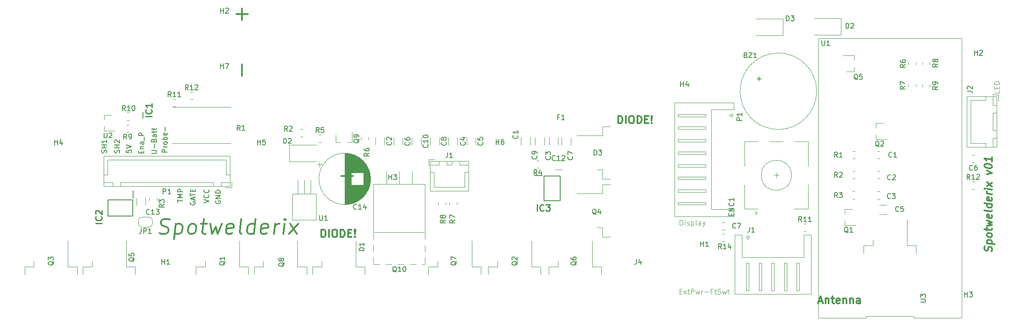
<source format=gbr>
%TF.GenerationSoftware,KiCad,Pcbnew,(5.1.9)-1*%
%TF.CreationDate,2021-02-04T15:38:24+01:00*%
%TF.ProjectId,Spotwelderix,53706f74-7765-46c6-9465-7269782e6b69,v01*%
%TF.SameCoordinates,Original*%
%TF.FileFunction,Legend,Top*%
%TF.FilePolarity,Positive*%
%FSLAX46Y46*%
G04 Gerber Fmt 4.6, Leading zero omitted, Abs format (unit mm)*
G04 Created by KiCad (PCBNEW (5.1.9)-1) date 2021-02-04 15:38:24*
%MOMM*%
%LPD*%
G01*
G04 APERTURE LIST*
%ADD10C,0.300000*%
%ADD11C,0.150000*%
%ADD12C,0.100000*%
%ADD13C,0.120000*%
%ADD14C,0.200000*%
%ADD15C,0.254000*%
G04 APERTURE END LIST*
D10*
X194978571Y-89178571D02*
X194978571Y-87678571D01*
X195335714Y-87678571D01*
X195550000Y-87750000D01*
X195692857Y-87892857D01*
X195764285Y-88035714D01*
X195835714Y-88321428D01*
X195835714Y-88535714D01*
X195764285Y-88821428D01*
X195692857Y-88964285D01*
X195550000Y-89107142D01*
X195335714Y-89178571D01*
X194978571Y-89178571D01*
X196478571Y-89178571D02*
X196478571Y-87678571D01*
X197478571Y-87678571D02*
X197764285Y-87678571D01*
X197907142Y-87750000D01*
X198050000Y-87892857D01*
X198121428Y-88178571D01*
X198121428Y-88678571D01*
X198050000Y-88964285D01*
X197907142Y-89107142D01*
X197764285Y-89178571D01*
X197478571Y-89178571D01*
X197335714Y-89107142D01*
X197192857Y-88964285D01*
X197121428Y-88678571D01*
X197121428Y-88178571D01*
X197192857Y-87892857D01*
X197335714Y-87750000D01*
X197478571Y-87678571D01*
X198764285Y-89178571D02*
X198764285Y-87678571D01*
X199121428Y-87678571D01*
X199335714Y-87750000D01*
X199478571Y-87892857D01*
X199550000Y-88035714D01*
X199621428Y-88321428D01*
X199621428Y-88535714D01*
X199550000Y-88821428D01*
X199478571Y-88964285D01*
X199335714Y-89107142D01*
X199121428Y-89178571D01*
X198764285Y-89178571D01*
X200264285Y-88392857D02*
X200764285Y-88392857D01*
X200978571Y-89178571D02*
X200264285Y-89178571D01*
X200264285Y-87678571D01*
X200978571Y-87678571D01*
X201621428Y-89035714D02*
X201692857Y-89107142D01*
X201621428Y-89178571D01*
X201550000Y-89107142D01*
X201621428Y-89035714D01*
X201621428Y-89178571D01*
X201621428Y-88607142D02*
X201550000Y-87750000D01*
X201621428Y-87678571D01*
X201692857Y-87750000D01*
X201621428Y-88607142D01*
X201621428Y-87678571D01*
X141214285Y-100742857D02*
X141214285Y-98457142D01*
X142357142Y-99600000D02*
X140071428Y-99600000D01*
X120314285Y-79742857D02*
X120314285Y-77457142D01*
X103958660Y-111014285D02*
X104369375Y-111157142D01*
X105083660Y-111157142D01*
X105387232Y-111014285D01*
X105547946Y-110871428D01*
X105726517Y-110585714D01*
X105762232Y-110300000D01*
X105655089Y-110014285D01*
X105530089Y-109871428D01*
X105262232Y-109728571D01*
X104708660Y-109585714D01*
X104440803Y-109442857D01*
X104315803Y-109300000D01*
X104208660Y-109014285D01*
X104244375Y-108728571D01*
X104422946Y-108442857D01*
X104583660Y-108300000D01*
X104887232Y-108157142D01*
X105601517Y-108157142D01*
X106012232Y-108300000D01*
X107190803Y-109157142D02*
X106815803Y-112157142D01*
X107172946Y-109300000D02*
X107476517Y-109157142D01*
X108047946Y-109157142D01*
X108315803Y-109300000D01*
X108440803Y-109442857D01*
X108547946Y-109728571D01*
X108440803Y-110585714D01*
X108262232Y-110871428D01*
X108101517Y-111014285D01*
X107797946Y-111157142D01*
X107226517Y-111157142D01*
X106958660Y-111014285D01*
X110083660Y-111157142D02*
X109815803Y-111014285D01*
X109690803Y-110871428D01*
X109583660Y-110585714D01*
X109690803Y-109728571D01*
X109869375Y-109442857D01*
X110030089Y-109300000D01*
X110333660Y-109157142D01*
X110762232Y-109157142D01*
X111030089Y-109300000D01*
X111155089Y-109442857D01*
X111262232Y-109728571D01*
X111155089Y-110585714D01*
X110976517Y-110871428D01*
X110815803Y-111014285D01*
X110512232Y-111157142D01*
X110083660Y-111157142D01*
X112190803Y-109157142D02*
X113333660Y-109157142D01*
X112744375Y-108157142D02*
X112422946Y-110728571D01*
X112530089Y-111014285D01*
X112797946Y-111157142D01*
X113083660Y-111157142D01*
X114047946Y-109157142D02*
X114369375Y-111157142D01*
X115119375Y-109728571D01*
X115512232Y-111157142D01*
X116333660Y-109157142D01*
X118387232Y-111014285D02*
X118083660Y-111157142D01*
X117512232Y-111157142D01*
X117244375Y-111014285D01*
X117137232Y-110728571D01*
X117280089Y-109585714D01*
X117458660Y-109300000D01*
X117762232Y-109157142D01*
X118333660Y-109157142D01*
X118601517Y-109300000D01*
X118708660Y-109585714D01*
X118672946Y-109871428D01*
X117208660Y-110157142D01*
X120226517Y-111157142D02*
X119958660Y-111014285D01*
X119851517Y-110728571D01*
X120172946Y-108157142D01*
X122655089Y-111157142D02*
X123030089Y-108157142D01*
X122672946Y-111014285D02*
X122369374Y-111157142D01*
X121797946Y-111157142D01*
X121530089Y-111014285D01*
X121405089Y-110871428D01*
X121297946Y-110585714D01*
X121405089Y-109728571D01*
X121583660Y-109442857D01*
X121744375Y-109300000D01*
X122047946Y-109157142D01*
X122619374Y-109157142D01*
X122887232Y-109300000D01*
X125244375Y-111014285D02*
X124940803Y-111157142D01*
X124369374Y-111157142D01*
X124101517Y-111014285D01*
X123994374Y-110728571D01*
X124137232Y-109585714D01*
X124315803Y-109300000D01*
X124619374Y-109157142D01*
X125190803Y-109157142D01*
X125458660Y-109300000D01*
X125565803Y-109585714D01*
X125530089Y-109871428D01*
X124065803Y-110157142D01*
X126655089Y-111157142D02*
X126905089Y-109157142D01*
X126833660Y-109728571D02*
X127012232Y-109442857D01*
X127172946Y-109300000D01*
X127476517Y-109157142D01*
X127762232Y-109157142D01*
X128512232Y-111157142D02*
X128762232Y-109157142D01*
X128887232Y-108157142D02*
X128726517Y-108300000D01*
X128851517Y-108442857D01*
X129012232Y-108300000D01*
X128887232Y-108157142D01*
X128851517Y-108442857D01*
X129655089Y-111157142D02*
X131476517Y-109157142D01*
X129905089Y-109157142D02*
X131226517Y-111157142D01*
X120314285Y-68642857D02*
X120314285Y-66357142D01*
X121457142Y-67500000D02*
X119171428Y-67500000D01*
D11*
X102352380Y-95128571D02*
X103161904Y-95128571D01*
X103257142Y-95080952D01*
X103304761Y-95033333D01*
X103352380Y-94938095D01*
X103352380Y-94747619D01*
X103304761Y-94652380D01*
X103257142Y-94604761D01*
X103161904Y-94557142D01*
X102352380Y-94557142D01*
X102971428Y-94080952D02*
X102971428Y-93319047D01*
X102828571Y-92509523D02*
X102876190Y-92366666D01*
X102923809Y-92319047D01*
X103019047Y-92271428D01*
X103161904Y-92271428D01*
X103257142Y-92319047D01*
X103304761Y-92366666D01*
X103352380Y-92461904D01*
X103352380Y-92842857D01*
X102352380Y-92842857D01*
X102352380Y-92509523D01*
X102400000Y-92414285D01*
X102447619Y-92366666D01*
X102542857Y-92319047D01*
X102638095Y-92319047D01*
X102733333Y-92366666D01*
X102780952Y-92414285D01*
X102828571Y-92509523D01*
X102828571Y-92842857D01*
X103352380Y-91414285D02*
X102828571Y-91414285D01*
X102733333Y-91461904D01*
X102685714Y-91557142D01*
X102685714Y-91747619D01*
X102733333Y-91842857D01*
X103304761Y-91414285D02*
X103352380Y-91509523D01*
X103352380Y-91747619D01*
X103304761Y-91842857D01*
X103209523Y-91890476D01*
X103114285Y-91890476D01*
X103019047Y-91842857D01*
X102971428Y-91747619D01*
X102971428Y-91509523D01*
X102923809Y-91414285D01*
X102685714Y-91080952D02*
X102685714Y-90700000D01*
X102352380Y-90938095D02*
X103209523Y-90938095D01*
X103304761Y-90890476D01*
X103352380Y-90795238D01*
X103352380Y-90700000D01*
X102685714Y-90509523D02*
X102685714Y-90128571D01*
X102352380Y-90366666D02*
X103209523Y-90366666D01*
X103304761Y-90319047D01*
X103352380Y-90223809D01*
X103352380Y-90128571D01*
X100328571Y-95100000D02*
X100328571Y-94766666D01*
X100852380Y-94623809D02*
X100852380Y-95100000D01*
X99852380Y-95100000D01*
X99852380Y-94623809D01*
X100185714Y-94195238D02*
X100852380Y-94195238D01*
X100280952Y-94195238D02*
X100233333Y-94147619D01*
X100185714Y-94052380D01*
X100185714Y-93909523D01*
X100233333Y-93814285D01*
X100328571Y-93766666D01*
X100852380Y-93766666D01*
X100852380Y-92861904D02*
X100328571Y-92861904D01*
X100233333Y-92909523D01*
X100185714Y-93004761D01*
X100185714Y-93195238D01*
X100233333Y-93290476D01*
X100804761Y-92861904D02*
X100852380Y-92957142D01*
X100852380Y-93195238D01*
X100804761Y-93290476D01*
X100709523Y-93338095D01*
X100614285Y-93338095D01*
X100519047Y-93290476D01*
X100471428Y-93195238D01*
X100471428Y-92957142D01*
X100423809Y-92861904D01*
X100947619Y-92623809D02*
X100947619Y-91861904D01*
X100852380Y-91623809D02*
X99852380Y-91623809D01*
X99852380Y-91242857D01*
X99900000Y-91147619D01*
X99947619Y-91100000D01*
X100042857Y-91052380D01*
X100185714Y-91052380D01*
X100280952Y-91100000D01*
X100328571Y-91147619D01*
X100376190Y-91242857D01*
X100376190Y-91623809D01*
D10*
X136078571Y-111778571D02*
X136078571Y-110278571D01*
X136435714Y-110278571D01*
X136650000Y-110350000D01*
X136792857Y-110492857D01*
X136864285Y-110635714D01*
X136935714Y-110921428D01*
X136935714Y-111135714D01*
X136864285Y-111421428D01*
X136792857Y-111564285D01*
X136650000Y-111707142D01*
X136435714Y-111778571D01*
X136078571Y-111778571D01*
X137578571Y-111778571D02*
X137578571Y-110278571D01*
X138578571Y-110278571D02*
X138864285Y-110278571D01*
X139007142Y-110350000D01*
X139150000Y-110492857D01*
X139221428Y-110778571D01*
X139221428Y-111278571D01*
X139150000Y-111564285D01*
X139007142Y-111707142D01*
X138864285Y-111778571D01*
X138578571Y-111778571D01*
X138435714Y-111707142D01*
X138292857Y-111564285D01*
X138221428Y-111278571D01*
X138221428Y-110778571D01*
X138292857Y-110492857D01*
X138435714Y-110350000D01*
X138578571Y-110278571D01*
X139864285Y-111778571D02*
X139864285Y-110278571D01*
X140221428Y-110278571D01*
X140435714Y-110350000D01*
X140578571Y-110492857D01*
X140650000Y-110635714D01*
X140721428Y-110921428D01*
X140721428Y-111135714D01*
X140650000Y-111421428D01*
X140578571Y-111564285D01*
X140435714Y-111707142D01*
X140221428Y-111778571D01*
X139864285Y-111778571D01*
X141364285Y-110992857D02*
X141864285Y-110992857D01*
X142078571Y-111778571D02*
X141364285Y-111778571D01*
X141364285Y-110278571D01*
X142078571Y-110278571D01*
X142721428Y-111635714D02*
X142792857Y-111707142D01*
X142721428Y-111778571D01*
X142650000Y-111707142D01*
X142721428Y-111635714D01*
X142721428Y-111778571D01*
X142721428Y-111207142D02*
X142650000Y-110350000D01*
X142721428Y-110278571D01*
X142792857Y-110350000D01*
X142721428Y-111207142D01*
X142721428Y-110278571D01*
D11*
X115100000Y-104561904D02*
X115052380Y-104657142D01*
X115052380Y-104800000D01*
X115100000Y-104942857D01*
X115195238Y-105038095D01*
X115290476Y-105085714D01*
X115480952Y-105133333D01*
X115623809Y-105133333D01*
X115814285Y-105085714D01*
X115909523Y-105038095D01*
X116004761Y-104942857D01*
X116052380Y-104800000D01*
X116052380Y-104704761D01*
X116004761Y-104561904D01*
X115957142Y-104514285D01*
X115623809Y-104514285D01*
X115623809Y-104704761D01*
X116052380Y-104085714D02*
X115052380Y-104085714D01*
X116052380Y-103514285D01*
X115052380Y-103514285D01*
X116052380Y-103038095D02*
X115052380Y-103038095D01*
X115052380Y-102800000D01*
X115100000Y-102657142D01*
X115195238Y-102561904D01*
X115290476Y-102514285D01*
X115480952Y-102466666D01*
X115623809Y-102466666D01*
X115814285Y-102514285D01*
X115909523Y-102561904D01*
X116004761Y-102657142D01*
X116052380Y-102800000D01*
X116052380Y-103038095D01*
X112752380Y-104933333D02*
X113752380Y-104600000D01*
X112752380Y-104266666D01*
X113657142Y-103361904D02*
X113704761Y-103409523D01*
X113752380Y-103552380D01*
X113752380Y-103647619D01*
X113704761Y-103790476D01*
X113609523Y-103885714D01*
X113514285Y-103933333D01*
X113323809Y-103980952D01*
X113180952Y-103980952D01*
X112990476Y-103933333D01*
X112895238Y-103885714D01*
X112800000Y-103790476D01*
X112752380Y-103647619D01*
X112752380Y-103552380D01*
X112800000Y-103409523D01*
X112847619Y-103361904D01*
X113657142Y-102361904D02*
X113704761Y-102409523D01*
X113752380Y-102552380D01*
X113752380Y-102647619D01*
X113704761Y-102790476D01*
X113609523Y-102885714D01*
X113514285Y-102933333D01*
X113323809Y-102980952D01*
X113180952Y-102980952D01*
X112990476Y-102933333D01*
X112895238Y-102885714D01*
X112800000Y-102790476D01*
X112752380Y-102647619D01*
X112752380Y-102552380D01*
X112800000Y-102409523D01*
X112847619Y-102361904D01*
X110100000Y-104800000D02*
X110052380Y-104895238D01*
X110052380Y-105038095D01*
X110100000Y-105180952D01*
X110195238Y-105276190D01*
X110290476Y-105323809D01*
X110480952Y-105371428D01*
X110623809Y-105371428D01*
X110814285Y-105323809D01*
X110909523Y-105276190D01*
X111004761Y-105180952D01*
X111052380Y-105038095D01*
X111052380Y-104942857D01*
X111004761Y-104800000D01*
X110957142Y-104752380D01*
X110623809Y-104752380D01*
X110623809Y-104942857D01*
X110766666Y-104371428D02*
X110766666Y-103895238D01*
X111052380Y-104466666D02*
X110052380Y-104133333D01*
X111052380Y-103800000D01*
X110052380Y-103609523D02*
X110052380Y-103038095D01*
X111052380Y-103323809D02*
X110052380Y-103323809D01*
X110528571Y-102704761D02*
X110528571Y-102371428D01*
X111052380Y-102228571D02*
X111052380Y-102704761D01*
X110052380Y-102704761D01*
X110052380Y-102228571D01*
X107552380Y-104857142D02*
X107552380Y-104285714D01*
X108552380Y-104571428D02*
X107552380Y-104571428D01*
X108552380Y-103952380D02*
X107552380Y-103952380D01*
X108266666Y-103619047D01*
X107552380Y-103285714D01*
X108552380Y-103285714D01*
X108552380Y-102809523D02*
X107552380Y-102809523D01*
X107552380Y-102428571D01*
X107600000Y-102333333D01*
X107647619Y-102285714D01*
X107742857Y-102238095D01*
X107885714Y-102238095D01*
X107980952Y-102285714D01*
X108028571Y-102333333D01*
X108076190Y-102428571D01*
X108076190Y-102809523D01*
X105452380Y-94923809D02*
X104452380Y-94923809D01*
X104452380Y-94542857D01*
X104500000Y-94447619D01*
X104547619Y-94400000D01*
X104642857Y-94352380D01*
X104785714Y-94352380D01*
X104880952Y-94400000D01*
X104928571Y-94447619D01*
X104976190Y-94542857D01*
X104976190Y-94923809D01*
X105452380Y-93923809D02*
X104785714Y-93923809D01*
X104976190Y-93923809D02*
X104880952Y-93876190D01*
X104833333Y-93828571D01*
X104785714Y-93733333D01*
X104785714Y-93638095D01*
X105452380Y-93161904D02*
X105404761Y-93257142D01*
X105357142Y-93304761D01*
X105261904Y-93352380D01*
X104976190Y-93352380D01*
X104880952Y-93304761D01*
X104833333Y-93257142D01*
X104785714Y-93161904D01*
X104785714Y-93019047D01*
X104833333Y-92923809D01*
X104880952Y-92876190D01*
X104976190Y-92828571D01*
X105261904Y-92828571D01*
X105357142Y-92876190D01*
X105404761Y-92923809D01*
X105452380Y-93019047D01*
X105452380Y-93161904D01*
X105452380Y-92400000D02*
X104452380Y-92400000D01*
X104833333Y-92400000D02*
X104785714Y-92304761D01*
X104785714Y-92114285D01*
X104833333Y-92019047D01*
X104880952Y-91971428D01*
X104976190Y-91923809D01*
X105261904Y-91923809D01*
X105357142Y-91971428D01*
X105404761Y-92019047D01*
X105452380Y-92114285D01*
X105452380Y-92304761D01*
X105404761Y-92400000D01*
X105404761Y-91114285D02*
X105452380Y-91209523D01*
X105452380Y-91400000D01*
X105404761Y-91495238D01*
X105309523Y-91542857D01*
X104928571Y-91542857D01*
X104833333Y-91495238D01*
X104785714Y-91400000D01*
X104785714Y-91209523D01*
X104833333Y-91114285D01*
X104928571Y-91066666D01*
X105023809Y-91066666D01*
X105119047Y-91542857D01*
X105071428Y-90638095D02*
X105071428Y-89876190D01*
X97352380Y-94490476D02*
X97352380Y-94966666D01*
X97828571Y-95014285D01*
X97780952Y-94966666D01*
X97733333Y-94871428D01*
X97733333Y-94633333D01*
X97780952Y-94538095D01*
X97828571Y-94490476D01*
X97923809Y-94442857D01*
X98161904Y-94442857D01*
X98257142Y-94490476D01*
X98304761Y-94538095D01*
X98352380Y-94633333D01*
X98352380Y-94871428D01*
X98304761Y-94966666D01*
X98257142Y-95014285D01*
X97352380Y-94157142D02*
X98352380Y-93823809D01*
X97352380Y-93490476D01*
X95976189Y-95038095D02*
X96023808Y-94895238D01*
X96023808Y-94657142D01*
X95976189Y-94561904D01*
X95928570Y-94514285D01*
X95833332Y-94466666D01*
X95738094Y-94466666D01*
X95642856Y-94514285D01*
X95595237Y-94561904D01*
X95547618Y-94657142D01*
X95499999Y-94847619D01*
X95452380Y-94942857D01*
X95404761Y-94990476D01*
X95309523Y-95038095D01*
X95214285Y-95038095D01*
X95119047Y-94990476D01*
X95071428Y-94942857D01*
X95023808Y-94847619D01*
X95023808Y-94609523D01*
X95071428Y-94466666D01*
X96023808Y-94038095D02*
X95023808Y-94038095D01*
X95499999Y-94038095D02*
X95499999Y-93466666D01*
X96023808Y-93466666D02*
X95023808Y-93466666D01*
X95119047Y-93038095D02*
X95071428Y-92990476D01*
X95023808Y-92895238D01*
X95023808Y-92657142D01*
X95071428Y-92561904D01*
X95119047Y-92514285D01*
X95214285Y-92466666D01*
X95309523Y-92466666D01*
X95452380Y-92514285D01*
X96023808Y-93085714D01*
X96023808Y-92466666D01*
X93404761Y-95038095D02*
X93452380Y-94895238D01*
X93452380Y-94657142D01*
X93404761Y-94561904D01*
X93357142Y-94514285D01*
X93261904Y-94466666D01*
X93166666Y-94466666D01*
X93071428Y-94514285D01*
X93023809Y-94561904D01*
X92976190Y-94657142D01*
X92928571Y-94847619D01*
X92880952Y-94942857D01*
X92833333Y-94990476D01*
X92738095Y-95038095D01*
X92642857Y-95038095D01*
X92547619Y-94990476D01*
X92500000Y-94942857D01*
X92452380Y-94847619D01*
X92452380Y-94609523D01*
X92500000Y-94466666D01*
X93452380Y-94038095D02*
X92452380Y-94038095D01*
X92928571Y-94038095D02*
X92928571Y-93466666D01*
X93452380Y-93466666D02*
X92452380Y-93466666D01*
X93452380Y-92466666D02*
X93452380Y-93038095D01*
X93452380Y-92752381D02*
X92452380Y-92752381D01*
X92595238Y-92847619D01*
X92690476Y-92942857D01*
X92738095Y-93038095D01*
D12*
X270602380Y-82642857D02*
X270602380Y-83119047D01*
X269602380Y-83119047D01*
X270078571Y-82309523D02*
X270078571Y-81976190D01*
X270602380Y-81833333D02*
X270602380Y-82309523D01*
X269602380Y-82309523D01*
X269602380Y-81833333D01*
X270602380Y-81404761D02*
X269602380Y-81404761D01*
X269602380Y-81166666D01*
X269650000Y-81023809D01*
X269745238Y-80928571D01*
X269840476Y-80880952D01*
X270030952Y-80833333D01*
X270173809Y-80833333D01*
X270364285Y-80880952D01*
X270459523Y-80928571D01*
X270554761Y-81023809D01*
X270602380Y-81166666D01*
X270602380Y-81404761D01*
X207142857Y-122528571D02*
X207476190Y-122528571D01*
X207619047Y-123052380D02*
X207142857Y-123052380D01*
X207142857Y-122052380D01*
X207619047Y-122052380D01*
X207952380Y-123052380D02*
X208476190Y-122385714D01*
X207952380Y-122385714D02*
X208476190Y-123052380D01*
X208714285Y-122385714D02*
X209095238Y-122385714D01*
X208857142Y-122052380D02*
X208857142Y-122909523D01*
X208904761Y-123004761D01*
X209000000Y-123052380D01*
X209095238Y-123052380D01*
X209428571Y-123052380D02*
X209428571Y-122052380D01*
X209809523Y-122052380D01*
X209904761Y-122100000D01*
X209952380Y-122147619D01*
X210000000Y-122242857D01*
X210000000Y-122385714D01*
X209952380Y-122480952D01*
X209904761Y-122528571D01*
X209809523Y-122576190D01*
X209428571Y-122576190D01*
X210333333Y-122385714D02*
X210523809Y-123052380D01*
X210714285Y-122576190D01*
X210904761Y-123052380D01*
X211095238Y-122385714D01*
X211476190Y-123052380D02*
X211476190Y-122385714D01*
X211476190Y-122576190D02*
X211523809Y-122480952D01*
X211571428Y-122433333D01*
X211666666Y-122385714D01*
X211761904Y-122385714D01*
X212095238Y-122671428D02*
X212857142Y-122671428D01*
X213666666Y-122528571D02*
X213333333Y-122528571D01*
X213333333Y-123052380D02*
X213333333Y-122052380D01*
X213809523Y-122052380D01*
X214047619Y-122385714D02*
X214428571Y-122385714D01*
X214190476Y-122052380D02*
X214190476Y-122909523D01*
X214238095Y-123004761D01*
X214333333Y-123052380D01*
X214428571Y-123052380D01*
X214714285Y-123004761D02*
X214857142Y-123052380D01*
X215095238Y-123052380D01*
X215190476Y-123004761D01*
X215238095Y-122957142D01*
X215285714Y-122861904D01*
X215285714Y-122766666D01*
X215238095Y-122671428D01*
X215190476Y-122623809D01*
X215095238Y-122576190D01*
X214904761Y-122528571D01*
X214809523Y-122480952D01*
X214761904Y-122433333D01*
X214714285Y-122338095D01*
X214714285Y-122242857D01*
X214761904Y-122147619D01*
X214809523Y-122100000D01*
X214904761Y-122052380D01*
X215142857Y-122052380D01*
X215285714Y-122100000D01*
X215619047Y-122385714D02*
X215809523Y-123052380D01*
X216000000Y-122576190D01*
X216190476Y-123052380D01*
X216380952Y-122385714D01*
X216619047Y-122385714D02*
X217000000Y-122385714D01*
X216761904Y-122052380D02*
X216761904Y-122909523D01*
X216809523Y-123004761D01*
X216904761Y-123052380D01*
X217000000Y-123052380D01*
X207197619Y-109402380D02*
X207197619Y-108402380D01*
X207435714Y-108402380D01*
X207578571Y-108450000D01*
X207673809Y-108545238D01*
X207721428Y-108640476D01*
X207769047Y-108830952D01*
X207769047Y-108973809D01*
X207721428Y-109164285D01*
X207673809Y-109259523D01*
X207578571Y-109354761D01*
X207435714Y-109402380D01*
X207197619Y-109402380D01*
X208197619Y-109402380D02*
X208197619Y-108735714D01*
X208197619Y-108402380D02*
X208150000Y-108450000D01*
X208197619Y-108497619D01*
X208245238Y-108450000D01*
X208197619Y-108402380D01*
X208197619Y-108497619D01*
X208626190Y-109354761D02*
X208721428Y-109402380D01*
X208911904Y-109402380D01*
X209007142Y-109354761D01*
X209054761Y-109259523D01*
X209054761Y-109211904D01*
X209007142Y-109116666D01*
X208911904Y-109069047D01*
X208769047Y-109069047D01*
X208673809Y-109021428D01*
X208626190Y-108926190D01*
X208626190Y-108878571D01*
X208673809Y-108783333D01*
X208769047Y-108735714D01*
X208911904Y-108735714D01*
X209007142Y-108783333D01*
X209483333Y-108735714D02*
X209483333Y-109735714D01*
X209483333Y-108783333D02*
X209578571Y-108735714D01*
X209769047Y-108735714D01*
X209864285Y-108783333D01*
X209911904Y-108830952D01*
X209959523Y-108926190D01*
X209959523Y-109211904D01*
X209911904Y-109307142D01*
X209864285Y-109354761D01*
X209769047Y-109402380D01*
X209578571Y-109402380D01*
X209483333Y-109354761D01*
X210530952Y-109402380D02*
X210435714Y-109354761D01*
X210388095Y-109259523D01*
X210388095Y-108402380D01*
X211340476Y-109402380D02*
X211340476Y-108878571D01*
X211292857Y-108783333D01*
X211197619Y-108735714D01*
X211007142Y-108735714D01*
X210911904Y-108783333D01*
X211340476Y-109354761D02*
X211245238Y-109402380D01*
X211007142Y-109402380D01*
X210911904Y-109354761D01*
X210864285Y-109259523D01*
X210864285Y-109164285D01*
X210911904Y-109069047D01*
X211007142Y-109021428D01*
X211245238Y-109021428D01*
X211340476Y-108973809D01*
X211721428Y-108735714D02*
X211959523Y-109402380D01*
X212197619Y-108735714D02*
X211959523Y-109402380D01*
X211864285Y-109640476D01*
X211816666Y-109688095D01*
X211721428Y-109735714D01*
D10*
X234757142Y-124550000D02*
X235471428Y-124550000D01*
X234614285Y-124978571D02*
X235114285Y-123478571D01*
X235614285Y-124978571D01*
X236114285Y-123978571D02*
X236114285Y-124978571D01*
X236114285Y-124121428D02*
X236185714Y-124050000D01*
X236328571Y-123978571D01*
X236542857Y-123978571D01*
X236685714Y-124050000D01*
X236757142Y-124192857D01*
X236757142Y-124978571D01*
X237257142Y-123978571D02*
X237828571Y-123978571D01*
X237471428Y-123478571D02*
X237471428Y-124764285D01*
X237542857Y-124907142D01*
X237685714Y-124978571D01*
X237828571Y-124978571D01*
X238900000Y-124907142D02*
X238757142Y-124978571D01*
X238471428Y-124978571D01*
X238328571Y-124907142D01*
X238257142Y-124764285D01*
X238257142Y-124192857D01*
X238328571Y-124050000D01*
X238471428Y-123978571D01*
X238757142Y-123978571D01*
X238900000Y-124050000D01*
X238971428Y-124192857D01*
X238971428Y-124335714D01*
X238257142Y-124478571D01*
X239614285Y-123978571D02*
X239614285Y-124978571D01*
X239614285Y-124121428D02*
X239685714Y-124050000D01*
X239828571Y-123978571D01*
X240042857Y-123978571D01*
X240185714Y-124050000D01*
X240257142Y-124192857D01*
X240257142Y-124978571D01*
X240971428Y-123978571D02*
X240971428Y-124978571D01*
X240971428Y-124121428D02*
X241042857Y-124050000D01*
X241185714Y-123978571D01*
X241400000Y-123978571D01*
X241542857Y-124050000D01*
X241614285Y-124192857D01*
X241614285Y-124978571D01*
X242971428Y-124978571D02*
X242971428Y-124192857D01*
X242900000Y-124050000D01*
X242757142Y-123978571D01*
X242471428Y-123978571D01*
X242328571Y-124050000D01*
X242971428Y-124907142D02*
X242828571Y-124978571D01*
X242471428Y-124978571D01*
X242328571Y-124907142D01*
X242257142Y-124764285D01*
X242257142Y-124621428D01*
X242328571Y-124478571D01*
X242471428Y-124407142D01*
X242828571Y-124407142D01*
X242971428Y-124335714D01*
X269057142Y-114604285D02*
X269128571Y-114398928D01*
X269128571Y-114041785D01*
X269057142Y-113890000D01*
X268985714Y-113809642D01*
X268842857Y-113720357D01*
X268700000Y-113702500D01*
X268557142Y-113756071D01*
X268485714Y-113818571D01*
X268414285Y-113952500D01*
X268342857Y-114229285D01*
X268271428Y-114363214D01*
X268200000Y-114425714D01*
X268057142Y-114479285D01*
X267914285Y-114461428D01*
X267771428Y-114372142D01*
X267700000Y-114291785D01*
X267628571Y-114140000D01*
X267628571Y-113782857D01*
X267700000Y-113577500D01*
X268128571Y-112988214D02*
X269628571Y-113175714D01*
X268200000Y-112997142D02*
X268128571Y-112845357D01*
X268128571Y-112559642D01*
X268200000Y-112425714D01*
X268271428Y-112363214D01*
X268414285Y-112309642D01*
X268842857Y-112363214D01*
X268985714Y-112452500D01*
X269057142Y-112532857D01*
X269128571Y-112684642D01*
X269128571Y-112970357D01*
X269057142Y-113104285D01*
X269128571Y-111541785D02*
X269057142Y-111675714D01*
X268985714Y-111738214D01*
X268842857Y-111791785D01*
X268414285Y-111738214D01*
X268271428Y-111648928D01*
X268200000Y-111568571D01*
X268128571Y-111416785D01*
X268128571Y-111202500D01*
X268200000Y-111068571D01*
X268271428Y-111006071D01*
X268414285Y-110952500D01*
X268842857Y-111006071D01*
X268985714Y-111095357D01*
X269057142Y-111175714D01*
X269128571Y-111327500D01*
X269128571Y-111541785D01*
X268128571Y-110488214D02*
X268128571Y-109916785D01*
X267628571Y-110211428D02*
X268914285Y-110372142D01*
X269057142Y-110318571D01*
X269128571Y-110184642D01*
X269128571Y-110041785D01*
X268128571Y-109559642D02*
X269128571Y-109398928D01*
X268414285Y-109023928D01*
X269128571Y-108827500D01*
X268128571Y-108416785D01*
X269057142Y-107390000D02*
X269128571Y-107541785D01*
X269128571Y-107827500D01*
X269057142Y-107961428D01*
X268914285Y-108015000D01*
X268342857Y-107943571D01*
X268200000Y-107854285D01*
X268128571Y-107702500D01*
X268128571Y-107416785D01*
X268200000Y-107282857D01*
X268342857Y-107229285D01*
X268485714Y-107247142D01*
X268628571Y-107979285D01*
X269128571Y-106470357D02*
X269057142Y-106604285D01*
X268914285Y-106657857D01*
X267628571Y-106497142D01*
X269128571Y-105256071D02*
X267628571Y-105068571D01*
X269057142Y-105247142D02*
X269128571Y-105398928D01*
X269128571Y-105684642D01*
X269057142Y-105818571D01*
X268985714Y-105881071D01*
X268842857Y-105934642D01*
X268414285Y-105881071D01*
X268271428Y-105791785D01*
X268200000Y-105711428D01*
X268128571Y-105559642D01*
X268128571Y-105273928D01*
X268200000Y-105140000D01*
X269057142Y-103961428D02*
X269128571Y-104113214D01*
X269128571Y-104398928D01*
X269057142Y-104532857D01*
X268914285Y-104586428D01*
X268342857Y-104515000D01*
X268200000Y-104425714D01*
X268128571Y-104273928D01*
X268128571Y-103988214D01*
X268200000Y-103854285D01*
X268342857Y-103800714D01*
X268485714Y-103818571D01*
X268628571Y-104550714D01*
X269128571Y-103256071D02*
X268128571Y-103131071D01*
X268414285Y-103166785D02*
X268271428Y-103077500D01*
X268200000Y-102997142D01*
X268128571Y-102845357D01*
X268128571Y-102702500D01*
X269128571Y-102327500D02*
X268128571Y-102202500D01*
X267628571Y-102140000D02*
X267700000Y-102220357D01*
X267771428Y-102157857D01*
X267700000Y-102077500D01*
X267628571Y-102140000D01*
X267771428Y-102157857D01*
X269128571Y-101756071D02*
X268128571Y-100845357D01*
X268128571Y-101631071D02*
X269128571Y-100970357D01*
X268128571Y-99273928D02*
X269128571Y-99041785D01*
X268128571Y-98559642D01*
X267628571Y-97640000D02*
X267628571Y-97497142D01*
X267700000Y-97363214D01*
X267771428Y-97300714D01*
X267914285Y-97247142D01*
X268200000Y-97211428D01*
X268557142Y-97256071D01*
X268842857Y-97363214D01*
X268985714Y-97452500D01*
X269057142Y-97532857D01*
X269128571Y-97684642D01*
X269128571Y-97827500D01*
X269057142Y-97961428D01*
X268985714Y-98023928D01*
X268842857Y-98077500D01*
X268557142Y-98113214D01*
X268200000Y-98068571D01*
X267914285Y-97961428D01*
X267771428Y-97872142D01*
X267700000Y-97791785D01*
X267628571Y-97640000D01*
X269128571Y-95898928D02*
X269128571Y-96756071D01*
X269128571Y-96327500D02*
X267628571Y-96140000D01*
X267842857Y-96309642D01*
X267985714Y-96470357D01*
X268057142Y-96622142D01*
D13*
%TO.C,R12*%
X110085436Y-84435000D02*
X110539564Y-84435000D01*
X110085436Y-82965000D02*
X110539564Y-82965000D01*
%TO.C,R11*%
X106672936Y-85835000D02*
X107127064Y-85835000D01*
X106672936Y-84365000D02*
X107127064Y-84365000D01*
D14*
%TO.C,IC1*%
X100650000Y-88100000D02*
X100650000Y-86900000D01*
D13*
%TO.C,R1*%
X106520000Y-93100000D02*
X118080000Y-93100000D01*
X106520000Y-85900000D02*
X118080000Y-85900000D01*
%TO.C,U2*%
X92940000Y-87520000D02*
X94400000Y-87520000D01*
X92940000Y-90680000D02*
X95100000Y-90680000D01*
X92940000Y-90680000D02*
X92940000Y-89750000D01*
X92940000Y-87520000D02*
X92940000Y-88450000D01*
%TO.C,R10*%
X97914564Y-87065000D02*
X97460436Y-87065000D01*
X97914564Y-88535000D02*
X97460436Y-88535000D01*
%TO.C,R9*%
X97839564Y-89465000D02*
X97385436Y-89465000D01*
X97839564Y-90935000D02*
X97385436Y-90935000D01*
%TO.C,R2*%
X132339564Y-90365000D02*
X131885436Y-90365000D01*
X132339564Y-91835000D02*
X131885436Y-91835000D01*
%TO.C,Q9*%
X138970000Y-92960000D02*
X138970000Y-91500000D01*
X142130000Y-92960000D02*
X142130000Y-90800000D01*
X142130000Y-92960000D02*
X141200000Y-92960000D01*
X138970000Y-92960000D02*
X139900000Y-92960000D01*
%TO.C,P1*%
X118250000Y-101950000D02*
X118250000Y-100700000D01*
X117000000Y-101950000D02*
X118250000Y-101950000D01*
X93600000Y-96450000D02*
X105400000Y-96450000D01*
X93600000Y-99400000D02*
X93600000Y-96450000D01*
X92850000Y-99400000D02*
X93600000Y-99400000D01*
X117200000Y-96450000D02*
X105400000Y-96450000D01*
X117200000Y-99400000D02*
X117200000Y-96450000D01*
X117950000Y-99400000D02*
X117200000Y-99400000D01*
X92850000Y-101650000D02*
X94650000Y-101650000D01*
X92850000Y-100900000D02*
X92850000Y-101650000D01*
X94650000Y-100900000D02*
X92850000Y-100900000D01*
X94650000Y-101650000D02*
X94650000Y-100900000D01*
X116150000Y-101650000D02*
X117950000Y-101650000D01*
X116150000Y-100900000D02*
X116150000Y-101650000D01*
X117950000Y-100900000D02*
X116150000Y-100900000D01*
X117950000Y-101650000D02*
X117950000Y-100900000D01*
X96150000Y-101650000D02*
X114650000Y-101650000D01*
X96150000Y-100900000D02*
X96150000Y-101650000D01*
X114650000Y-100900000D02*
X96150000Y-100900000D01*
X114650000Y-101650000D02*
X114650000Y-100900000D01*
X92840000Y-101660000D02*
X117960000Y-101660000D01*
X92840000Y-95690000D02*
X92840000Y-101660000D01*
X117960000Y-95690000D02*
X92840000Y-95690000D01*
X117960000Y-101660000D02*
X117960000Y-95690000D01*
%TO.C,C10*%
X155850000Y-92033748D02*
X155850000Y-93456252D01*
X154030000Y-92033748D02*
X154030000Y-93456252D01*
%TO.C,C8*%
X159470000Y-92033748D02*
X159470000Y-93456252D01*
X157650000Y-92033748D02*
X157650000Y-93456252D01*
%TO.C,C6*%
X152230000Y-92033748D02*
X152230000Y-93456252D01*
X150410000Y-92033748D02*
X150410000Y-93456252D01*
%TO.C,C2*%
X148610000Y-91988748D02*
X148610000Y-93411252D01*
X146790000Y-91988748D02*
X146790000Y-93411252D01*
%TO.C,Q10*%
X146420000Y-101290000D02*
X156660000Y-101290000D01*
X146420000Y-110780000D02*
X156660000Y-110780000D01*
X146420000Y-101290000D02*
X146420000Y-110780000D01*
X156660000Y-101290000D02*
X156660000Y-110780000D01*
X146420000Y-117180000D02*
X147620000Y-117180000D01*
X148819000Y-117180000D02*
X150020000Y-117180000D01*
X151220000Y-117180000D02*
X152420000Y-117180000D01*
X153620000Y-117180000D02*
X154820000Y-117180000D01*
X156020000Y-117180000D02*
X156660000Y-117180000D01*
X146420000Y-111020000D02*
X146420000Y-112220000D01*
X146420000Y-113420000D02*
X146420000Y-114620000D01*
X146420000Y-115820000D02*
X146420000Y-117020000D01*
X156660000Y-111020000D02*
X156660000Y-112220000D01*
X156660000Y-113420000D02*
X156660000Y-114620000D01*
X156660000Y-115820000D02*
X156660000Y-117020000D01*
X149000000Y-98750000D02*
X149000000Y-101290000D01*
X151540000Y-98750000D02*
X151540000Y-101290000D01*
X154080000Y-98750000D02*
X154080000Y-101290000D01*
%TO.C,R4*%
X179239564Y-98035000D02*
X178785436Y-98035000D01*
X179239564Y-96565000D02*
X178785436Y-96565000D01*
D14*
%TO.C,IC3*%
X180288000Y-99655000D02*
X183488000Y-99655000D01*
X183488000Y-99655000D02*
X183488000Y-104555000D01*
X183488000Y-104555000D02*
X180288000Y-104555000D01*
X180288000Y-104555000D02*
X180288000Y-99655000D01*
X178413000Y-99525000D02*
X179938000Y-99525000D01*
D13*
%TO.C,C12*%
X182488748Y-96590000D02*
X183911252Y-96590000D01*
X182488748Y-98410000D02*
X183911252Y-98410000D01*
%TO.C,R8*%
X161465000Y-105339564D02*
X161465000Y-104885436D01*
X162935000Y-105339564D02*
X162935000Y-104885436D01*
%TO.C,R7*%
X160735000Y-104885436D02*
X160735000Y-105339564D01*
X159265000Y-104885436D02*
X159265000Y-105339564D01*
%TO.C,R6*%
X145435000Y-91960436D02*
X145435000Y-92414564D01*
X143965000Y-91960436D02*
X143965000Y-92414564D01*
%TO.C,R5*%
X135560436Y-91465000D02*
X136014564Y-91465000D01*
X135560436Y-92935000D02*
X136014564Y-92935000D01*
%TO.C,JP1*%
X102550000Y-108500000D02*
X102550000Y-109100000D01*
X100450000Y-107800000D02*
X101850000Y-107800000D01*
X99750000Y-109100000D02*
X99750000Y-108500000D01*
X101850000Y-109800000D02*
X100450000Y-109800000D01*
X102550000Y-109100000D02*
G75*
G02*
X101850000Y-109800000I-700000J0D01*
G01*
X101850000Y-107800000D02*
G75*
G02*
X102550000Y-108500000I0J-700000D01*
G01*
X99750000Y-108500000D02*
G75*
G02*
X100450000Y-107800000I700000J0D01*
G01*
X100450000Y-109800000D02*
G75*
G02*
X99750000Y-109100000I0J700000D01*
G01*
%TO.C,J1*%
X157640000Y-96640000D02*
X157640000Y-102610000D01*
X157640000Y-102610000D02*
X165260000Y-102610000D01*
X165260000Y-102610000D02*
X165260000Y-96640000D01*
X165260000Y-96640000D02*
X157640000Y-96640000D01*
X160950000Y-96650000D02*
X160950000Y-97400000D01*
X160950000Y-97400000D02*
X161950000Y-97400000D01*
X161950000Y-97400000D02*
X161950000Y-96650000D01*
X161950000Y-96650000D02*
X160950000Y-96650000D01*
X157650000Y-96650000D02*
X157650000Y-97400000D01*
X157650000Y-97400000D02*
X159450000Y-97400000D01*
X159450000Y-97400000D02*
X159450000Y-96650000D01*
X159450000Y-96650000D02*
X157650000Y-96650000D01*
X163450000Y-96650000D02*
X163450000Y-97400000D01*
X163450000Y-97400000D02*
X165250000Y-97400000D01*
X165250000Y-97400000D02*
X165250000Y-96650000D01*
X165250000Y-96650000D02*
X163450000Y-96650000D01*
X157650000Y-98900000D02*
X158400000Y-98900000D01*
X158400000Y-98900000D02*
X158400000Y-101850000D01*
X158400000Y-101850000D02*
X161450000Y-101850000D01*
X165250000Y-98900000D02*
X164500000Y-98900000D01*
X164500000Y-98900000D02*
X164500000Y-101850000D01*
X164500000Y-101850000D02*
X161450000Y-101850000D01*
X158600000Y-96350000D02*
X157350000Y-96350000D01*
X157350000Y-96350000D02*
X157350000Y-97600000D01*
%TO.C,D2*%
X129700000Y-93450000D02*
X129700000Y-96750000D01*
X129700000Y-96750000D02*
X135100000Y-96750000D01*
X129700000Y-93450000D02*
X135100000Y-93450000D01*
%TO.C,C14*%
X145820000Y-100200000D02*
G75*
G03*
X145820000Y-100200000I-5120000J0D01*
G01*
X140700000Y-95120000D02*
X140700000Y-105280000D01*
X140740000Y-95120000D02*
X140740000Y-105280000D01*
X140780000Y-95120000D02*
X140780000Y-105280000D01*
X140820000Y-95121000D02*
X140820000Y-105279000D01*
X140860000Y-95122000D02*
X140860000Y-105278000D01*
X140900000Y-95123000D02*
X140900000Y-105277000D01*
X140940000Y-95125000D02*
X140940000Y-105275000D01*
X140980000Y-95127000D02*
X140980000Y-105273000D01*
X141020000Y-95130000D02*
X141020000Y-105270000D01*
X141060000Y-95132000D02*
X141060000Y-105268000D01*
X141100000Y-95135000D02*
X141100000Y-105265000D01*
X141140000Y-95138000D02*
X141140000Y-105262000D01*
X141180000Y-95142000D02*
X141180000Y-105258000D01*
X141220000Y-95146000D02*
X141220000Y-105254000D01*
X141260000Y-95150000D02*
X141260000Y-105250000D01*
X141300000Y-95155000D02*
X141300000Y-105245000D01*
X141340000Y-95160000D02*
X141340000Y-105240000D01*
X141380000Y-95165000D02*
X141380000Y-105235000D01*
X141421000Y-95170000D02*
X141421000Y-105230000D01*
X141461000Y-95176000D02*
X141461000Y-105224000D01*
X141501000Y-95182000D02*
X141501000Y-105218000D01*
X141541000Y-95189000D02*
X141541000Y-105211000D01*
X141581000Y-95196000D02*
X141581000Y-105204000D01*
X141621000Y-95203000D02*
X141621000Y-105197000D01*
X141661000Y-95210000D02*
X141661000Y-105190000D01*
X141701000Y-95218000D02*
X141701000Y-105182000D01*
X141741000Y-95226000D02*
X141741000Y-105174000D01*
X141781000Y-95235000D02*
X141781000Y-105165000D01*
X141821000Y-95244000D02*
X141821000Y-105156000D01*
X141861000Y-95253000D02*
X141861000Y-105147000D01*
X141901000Y-95262000D02*
X141901000Y-105138000D01*
X141941000Y-95272000D02*
X141941000Y-105128000D01*
X141981000Y-95282000D02*
X141981000Y-98959000D01*
X141981000Y-101441000D02*
X141981000Y-105118000D01*
X142021000Y-95293000D02*
X142021000Y-98959000D01*
X142021000Y-101441000D02*
X142021000Y-105107000D01*
X142061000Y-95303000D02*
X142061000Y-98959000D01*
X142061000Y-101441000D02*
X142061000Y-105097000D01*
X142101000Y-95315000D02*
X142101000Y-98959000D01*
X142101000Y-101441000D02*
X142101000Y-105085000D01*
X142141000Y-95326000D02*
X142141000Y-98959000D01*
X142141000Y-101441000D02*
X142141000Y-105074000D01*
X142181000Y-95338000D02*
X142181000Y-98959000D01*
X142181000Y-101441000D02*
X142181000Y-105062000D01*
X142221000Y-95350000D02*
X142221000Y-98959000D01*
X142221000Y-101441000D02*
X142221000Y-105050000D01*
X142261000Y-95363000D02*
X142261000Y-98959000D01*
X142261000Y-101441000D02*
X142261000Y-105037000D01*
X142301000Y-95376000D02*
X142301000Y-98959000D01*
X142301000Y-101441000D02*
X142301000Y-105024000D01*
X142341000Y-95389000D02*
X142341000Y-98959000D01*
X142341000Y-101441000D02*
X142341000Y-105011000D01*
X142381000Y-95403000D02*
X142381000Y-98959000D01*
X142381000Y-101441000D02*
X142381000Y-104997000D01*
X142421000Y-95417000D02*
X142421000Y-98959000D01*
X142421000Y-101441000D02*
X142421000Y-104983000D01*
X142461000Y-95432000D02*
X142461000Y-98959000D01*
X142461000Y-101441000D02*
X142461000Y-104968000D01*
X142501000Y-95446000D02*
X142501000Y-98959000D01*
X142501000Y-101441000D02*
X142501000Y-104954000D01*
X142541000Y-95462000D02*
X142541000Y-98959000D01*
X142541000Y-101441000D02*
X142541000Y-104938000D01*
X142581000Y-95477000D02*
X142581000Y-98959000D01*
X142581000Y-101441000D02*
X142581000Y-104923000D01*
X142621000Y-95493000D02*
X142621000Y-98959000D01*
X142621000Y-101441000D02*
X142621000Y-104907000D01*
X142661000Y-95510000D02*
X142661000Y-98959000D01*
X142661000Y-101441000D02*
X142661000Y-104890000D01*
X142701000Y-95526000D02*
X142701000Y-98959000D01*
X142701000Y-101441000D02*
X142701000Y-104874000D01*
X142741000Y-95543000D02*
X142741000Y-98959000D01*
X142741000Y-101441000D02*
X142741000Y-104857000D01*
X142781000Y-95561000D02*
X142781000Y-98959000D01*
X142781000Y-101441000D02*
X142781000Y-104839000D01*
X142821000Y-95579000D02*
X142821000Y-98959000D01*
X142821000Y-101441000D02*
X142821000Y-104821000D01*
X142861000Y-95597000D02*
X142861000Y-98959000D01*
X142861000Y-101441000D02*
X142861000Y-104803000D01*
X142901000Y-95616000D02*
X142901000Y-98959000D01*
X142901000Y-101441000D02*
X142901000Y-104784000D01*
X142941000Y-95636000D02*
X142941000Y-98959000D01*
X142941000Y-101441000D02*
X142941000Y-104764000D01*
X142981000Y-95655000D02*
X142981000Y-98959000D01*
X142981000Y-101441000D02*
X142981000Y-104745000D01*
X143021000Y-95675000D02*
X143021000Y-98959000D01*
X143021000Y-101441000D02*
X143021000Y-104725000D01*
X143061000Y-95696000D02*
X143061000Y-98959000D01*
X143061000Y-101441000D02*
X143061000Y-104704000D01*
X143101000Y-95717000D02*
X143101000Y-98959000D01*
X143101000Y-101441000D02*
X143101000Y-104683000D01*
X143141000Y-95738000D02*
X143141000Y-98959000D01*
X143141000Y-101441000D02*
X143141000Y-104662000D01*
X143181000Y-95760000D02*
X143181000Y-98959000D01*
X143181000Y-101441000D02*
X143181000Y-104640000D01*
X143221000Y-95783000D02*
X143221000Y-98959000D01*
X143221000Y-101441000D02*
X143221000Y-104617000D01*
X143261000Y-95805000D02*
X143261000Y-98959000D01*
X143261000Y-101441000D02*
X143261000Y-104595000D01*
X143301000Y-95829000D02*
X143301000Y-98959000D01*
X143301000Y-101441000D02*
X143301000Y-104571000D01*
X143341000Y-95853000D02*
X143341000Y-98959000D01*
X143341000Y-101441000D02*
X143341000Y-104547000D01*
X143381000Y-95877000D02*
X143381000Y-98959000D01*
X143381000Y-101441000D02*
X143381000Y-104523000D01*
X143421000Y-95902000D02*
X143421000Y-98959000D01*
X143421000Y-101441000D02*
X143421000Y-104498000D01*
X143461000Y-95927000D02*
X143461000Y-98959000D01*
X143461000Y-101441000D02*
X143461000Y-104473000D01*
X143501000Y-95953000D02*
X143501000Y-98959000D01*
X143501000Y-101441000D02*
X143501000Y-104447000D01*
X143541000Y-95979000D02*
X143541000Y-98959000D01*
X143541000Y-101441000D02*
X143541000Y-104421000D01*
X143581000Y-96006000D02*
X143581000Y-98959000D01*
X143581000Y-101441000D02*
X143581000Y-104394000D01*
X143621000Y-96034000D02*
X143621000Y-98959000D01*
X143621000Y-101441000D02*
X143621000Y-104366000D01*
X143661000Y-96062000D02*
X143661000Y-98959000D01*
X143661000Y-101441000D02*
X143661000Y-104338000D01*
X143701000Y-96090000D02*
X143701000Y-98959000D01*
X143701000Y-101441000D02*
X143701000Y-104310000D01*
X143741000Y-96120000D02*
X143741000Y-98959000D01*
X143741000Y-101441000D02*
X143741000Y-104280000D01*
X143781000Y-96150000D02*
X143781000Y-98959000D01*
X143781000Y-101441000D02*
X143781000Y-104250000D01*
X143821000Y-96180000D02*
X143821000Y-98959000D01*
X143821000Y-101441000D02*
X143821000Y-104220000D01*
X143861000Y-96211000D02*
X143861000Y-98959000D01*
X143861000Y-101441000D02*
X143861000Y-104189000D01*
X143901000Y-96243000D02*
X143901000Y-98959000D01*
X143901000Y-101441000D02*
X143901000Y-104157000D01*
X143941000Y-96275000D02*
X143941000Y-98959000D01*
X143941000Y-101441000D02*
X143941000Y-104125000D01*
X143981000Y-96308000D02*
X143981000Y-98959000D01*
X143981000Y-101441000D02*
X143981000Y-104092000D01*
X144021000Y-96342000D02*
X144021000Y-98959000D01*
X144021000Y-101441000D02*
X144021000Y-104058000D01*
X144061000Y-96376000D02*
X144061000Y-98959000D01*
X144061000Y-101441000D02*
X144061000Y-104024000D01*
X144101000Y-96411000D02*
X144101000Y-98959000D01*
X144101000Y-101441000D02*
X144101000Y-103989000D01*
X144141000Y-96447000D02*
X144141000Y-98959000D01*
X144141000Y-101441000D02*
X144141000Y-103953000D01*
X144181000Y-96484000D02*
X144181000Y-98959000D01*
X144181000Y-101441000D02*
X144181000Y-103916000D01*
X144221000Y-96521000D02*
X144221000Y-98959000D01*
X144221000Y-101441000D02*
X144221000Y-103879000D01*
X144261000Y-96560000D02*
X144261000Y-98959000D01*
X144261000Y-101441000D02*
X144261000Y-103840000D01*
X144301000Y-96599000D02*
X144301000Y-98959000D01*
X144301000Y-101441000D02*
X144301000Y-103801000D01*
X144341000Y-96639000D02*
X144341000Y-98959000D01*
X144341000Y-101441000D02*
X144341000Y-103761000D01*
X144381000Y-96680000D02*
X144381000Y-98959000D01*
X144381000Y-101441000D02*
X144381000Y-103720000D01*
X144421000Y-96722000D02*
X144421000Y-98959000D01*
X144421000Y-101441000D02*
X144421000Y-103678000D01*
X144461000Y-96764000D02*
X144461000Y-103636000D01*
X144501000Y-96808000D02*
X144501000Y-103592000D01*
X144541000Y-96853000D02*
X144541000Y-103547000D01*
X144581000Y-96899000D02*
X144581000Y-103501000D01*
X144621000Y-96946000D02*
X144621000Y-103454000D01*
X144661000Y-96994000D02*
X144661000Y-103406000D01*
X144701000Y-97044000D02*
X144701000Y-103356000D01*
X144741000Y-97094000D02*
X144741000Y-103306000D01*
X144781000Y-97146000D02*
X144781000Y-103254000D01*
X144821000Y-97200000D02*
X144821000Y-103200000D01*
X144861000Y-97255000D02*
X144861000Y-103145000D01*
X144901000Y-97311000D02*
X144901000Y-103089000D01*
X144941000Y-97370000D02*
X144941000Y-103030000D01*
X144981000Y-97430000D02*
X144981000Y-102970000D01*
X145021000Y-97491000D02*
X145021000Y-102909000D01*
X145061000Y-97555000D02*
X145061000Y-102845000D01*
X145101000Y-97621000D02*
X145101000Y-102779000D01*
X145141000Y-97690000D02*
X145141000Y-102710000D01*
X145181000Y-97761000D02*
X145181000Y-102639000D01*
X145221000Y-97835000D02*
X145221000Y-102565000D01*
X145261000Y-97911000D02*
X145261000Y-102489000D01*
X145301000Y-97991000D02*
X145301000Y-102409000D01*
X145341000Y-98075000D02*
X145341000Y-102325000D01*
X145381000Y-98163000D02*
X145381000Y-102237000D01*
X145421000Y-98256000D02*
X145421000Y-102144000D01*
X145461000Y-98354000D02*
X145461000Y-102046000D01*
X145501000Y-98458000D02*
X145501000Y-101942000D01*
X145541000Y-98570000D02*
X145541000Y-101830000D01*
X145581000Y-98690000D02*
X145581000Y-101710000D01*
X145621000Y-98822000D02*
X145621000Y-101578000D01*
X145661000Y-98970000D02*
X145661000Y-101430000D01*
X145701000Y-99138000D02*
X145701000Y-101262000D01*
X145741000Y-99338000D02*
X145741000Y-101062000D01*
X145781000Y-99601000D02*
X145781000Y-100799000D01*
X135220354Y-97325000D02*
X136220354Y-97325000D01*
X135720354Y-96825000D02*
X135720354Y-97825000D01*
%TO.C,C13*%
X101210000Y-105436252D02*
X101210000Y-104013748D01*
X99390000Y-105436252D02*
X99390000Y-104013748D01*
%TO.C,R3*%
X103435000Y-104439564D02*
X103435000Y-103985436D01*
X101965000Y-104439564D02*
X101965000Y-103985436D01*
D14*
%TO.C,IC2*%
X98750000Y-102545000D02*
X98750000Y-104070000D01*
X93720000Y-104420000D02*
X98620000Y-104420000D01*
X93720000Y-107620000D02*
X93720000Y-104420000D01*
X98620000Y-107620000D02*
X93720000Y-107620000D01*
X98620000Y-104420000D02*
X98620000Y-107620000D01*
D13*
%TO.C,Q8*%
X124555000Y-117662000D02*
X124555000Y-116562000D01*
X122745000Y-117662000D02*
X124555000Y-117662000D01*
X122745000Y-119162000D02*
X122745000Y-117662000D01*
X131335000Y-117662000D02*
X131335000Y-112537000D01*
X133145000Y-117662000D02*
X131335000Y-117662000D01*
X133145000Y-119162000D02*
X133145000Y-117662000D01*
%TO.C,Q7*%
X159150000Y-117662000D02*
X159150000Y-116562000D01*
X157340000Y-117662000D02*
X159150000Y-117662000D01*
X157340000Y-119162000D02*
X157340000Y-117662000D01*
X165930000Y-117662000D02*
X165930000Y-112537000D01*
X167740000Y-117662000D02*
X165930000Y-117662000D01*
X167740000Y-119162000D02*
X167740000Y-117662000D01*
%TO.C,Q6*%
X183005000Y-117662000D02*
X183005000Y-116562000D01*
X181195000Y-117662000D02*
X183005000Y-117662000D01*
X181195000Y-119162000D02*
X181195000Y-117662000D01*
X189785000Y-117662000D02*
X189785000Y-112537000D01*
X191595000Y-117662000D02*
X189785000Y-117662000D01*
X191595000Y-119162000D02*
X191595000Y-117662000D01*
%TO.C,Q5*%
X90555000Y-117662000D02*
X90555000Y-116562000D01*
X88745000Y-117662000D02*
X90555000Y-117662000D01*
X88745000Y-119162000D02*
X88745000Y-117662000D01*
X97335000Y-117662000D02*
X97335000Y-112537000D01*
X99145000Y-117662000D02*
X97335000Y-117662000D01*
X99145000Y-119162000D02*
X99145000Y-117662000D01*
%TO.C,Q4*%
X191850000Y-109915000D02*
X190750000Y-109915000D01*
X191850000Y-111725000D02*
X191850000Y-109915000D01*
X193350000Y-111725000D02*
X191850000Y-111725000D01*
X191850000Y-103135000D02*
X186725000Y-103135000D01*
X191850000Y-101325000D02*
X191850000Y-103135000D01*
X193350000Y-101325000D02*
X191850000Y-101325000D01*
%TO.C,Q3*%
X79005000Y-117662000D02*
X79005000Y-116562000D01*
X77195000Y-117662000D02*
X79005000Y-117662000D01*
X77195000Y-119162000D02*
X77195000Y-117662000D01*
X85785000Y-117662000D02*
X85785000Y-112537000D01*
X87595000Y-117662000D02*
X85785000Y-117662000D01*
X87595000Y-119162000D02*
X87595000Y-117662000D01*
%TO.C,Q2*%
X171005000Y-117662000D02*
X171005000Y-116562000D01*
X169195000Y-117662000D02*
X171005000Y-117662000D01*
X169195000Y-119162000D02*
X169195000Y-117662000D01*
X177785000Y-117662000D02*
X177785000Y-112537000D01*
X179595000Y-117662000D02*
X177785000Y-117662000D01*
X179595000Y-119162000D02*
X179595000Y-117662000D01*
%TO.C,Q1*%
X113005000Y-117662000D02*
X113005000Y-116562000D01*
X111195000Y-117662000D02*
X113005000Y-117662000D01*
X111195000Y-119162000D02*
X111195000Y-117662000D01*
X119785000Y-117662000D02*
X119785000Y-112537000D01*
X121595000Y-117662000D02*
X119785000Y-117662000D01*
X121595000Y-119162000D02*
X121595000Y-117662000D01*
%TO.C,C1*%
X175710000Y-92033748D02*
X175710000Y-93456252D01*
X177530000Y-92033748D02*
X177530000Y-93456252D01*
%TO.C,C3*%
X181260000Y-92033748D02*
X181260000Y-93456252D01*
X183080000Y-92033748D02*
X183080000Y-93456252D01*
%TO.C,C4*%
X163090000Y-92033748D02*
X163090000Y-93456252D01*
X161270000Y-92033748D02*
X161270000Y-93456252D01*
%TO.C,C5*%
X164890000Y-92033748D02*
X164890000Y-93456252D01*
X166710000Y-92033748D02*
X166710000Y-93456252D01*
%TO.C,C7*%
X183760000Y-92033748D02*
X183760000Y-93456252D01*
X185580000Y-92033748D02*
X185580000Y-93456252D01*
%TO.C,C9*%
X178510000Y-92033748D02*
X178510000Y-93456252D01*
X180330000Y-92033748D02*
X180330000Y-93456252D01*
%TO.C,D1*%
X144700000Y-119175000D02*
X144700000Y-117675000D01*
X144700000Y-117675000D02*
X142890000Y-117675000D01*
X142890000Y-117675000D02*
X142890000Y-112550000D01*
X134300000Y-119175000D02*
X134300000Y-117675000D01*
X134300000Y-117675000D02*
X136110000Y-117675000D01*
X136110000Y-117675000D02*
X136110000Y-116575000D01*
%TO.C,D3*%
X193368000Y-89820000D02*
X191868000Y-89820000D01*
X191868000Y-89820000D02*
X191868000Y-91630000D01*
X191868000Y-91630000D02*
X186743000Y-91630000D01*
X193368000Y-100220000D02*
X191868000Y-100220000D01*
X191868000Y-100220000D02*
X191868000Y-98410000D01*
X191868000Y-98410000D02*
X190768000Y-98410000D01*
%TO.C,U1*%
X131400000Y-100420000D02*
X131400000Y-103210000D01*
X132670000Y-100420000D02*
X132670000Y-103210000D01*
X133940000Y-100420000D02*
X133940000Y-103210000D01*
X130270000Y-103210000D02*
X135070000Y-103210000D01*
X135070000Y-103210000D02*
X135070000Y-108400000D01*
X135070000Y-108400000D02*
X130270000Y-108400000D01*
X130270000Y-108400000D02*
X130270000Y-103210000D01*
%TO.C,ENC1*%
X226350000Y-100000000D02*
X226350000Y-99000000D01*
X225850000Y-99500000D02*
X226850000Y-99500000D01*
X230050000Y-92800000D02*
X232650000Y-92800000D01*
X225050000Y-92800000D02*
X227650000Y-92800000D01*
X220050000Y-92800000D02*
X222650000Y-92800000D01*
X222250000Y-106700000D02*
X222550000Y-107000000D01*
X222250000Y-107300000D02*
X222250000Y-106700000D01*
X222550000Y-107000000D02*
X222250000Y-107300000D01*
X220050000Y-106200000D02*
X222550000Y-106200000D01*
X220050000Y-101400000D02*
X220050000Y-106200000D01*
X232650000Y-106200000D02*
X229850000Y-106200000D01*
X232650000Y-101300000D02*
X232650000Y-106200000D01*
X232650000Y-92800000D02*
X232650000Y-97700000D01*
X220050000Y-97700000D02*
X220050000Y-92800000D01*
X229350000Y-99500000D02*
G75*
G03*
X229350000Y-99500000I-3000000J0D01*
G01*
%TO.C,U1*%
X253633333Y-127840000D02*
X263099999Y-127840000D01*
X253633333Y-127480000D02*
X253633333Y-127840000D01*
X244166667Y-127480000D02*
X253633333Y-127480000D01*
X244166667Y-127840000D02*
X244166667Y-127480000D01*
X234700000Y-127840000D02*
X244166667Y-127840000D01*
X234700001Y-72300000D02*
X234700000Y-127840000D01*
X263100000Y-72300000D02*
X234700001Y-72300000D01*
X263099999Y-127840000D02*
X263100000Y-72300000D01*
%TO.C,P1*%
X217600000Y-87900000D02*
X217000000Y-87600000D01*
X217600000Y-87300000D02*
X217600000Y-87900000D01*
X217000000Y-87600000D02*
X217600000Y-87300000D01*
X212300000Y-105350000D02*
X212300000Y-104850000D01*
X206800000Y-105350000D02*
X212300000Y-105350000D01*
X206800000Y-104850000D02*
X206800000Y-105350000D01*
X212300000Y-104850000D02*
X206800000Y-104850000D01*
X212300000Y-102850000D02*
X212300000Y-102350000D01*
X206800000Y-102850000D02*
X212300000Y-102850000D01*
X206800000Y-102350000D02*
X206800000Y-102850000D01*
X212300000Y-102350000D02*
X206800000Y-102350000D01*
X212300000Y-100350000D02*
X212300000Y-99850000D01*
X206800000Y-100350000D02*
X212300000Y-100350000D01*
X206800000Y-99850000D02*
X206800000Y-100350000D01*
X212300000Y-99850000D02*
X206800000Y-99850000D01*
X212300000Y-97850000D02*
X212300000Y-97350000D01*
X206800000Y-97850000D02*
X212300000Y-97850000D01*
X206800000Y-97350000D02*
X206800000Y-97850000D01*
X212300000Y-97350000D02*
X206800000Y-97350000D01*
X212300000Y-95350000D02*
X212300000Y-94850000D01*
X206800000Y-95350000D02*
X212300000Y-95350000D01*
X206800000Y-94850000D02*
X206800000Y-95350000D01*
X212300000Y-94850000D02*
X206800000Y-94850000D01*
X212300000Y-92850000D02*
X212300000Y-92350000D01*
X206800000Y-92850000D02*
X212300000Y-92850000D01*
X206800000Y-92350000D02*
X206800000Y-92850000D01*
X212300000Y-92350000D02*
X206800000Y-92350000D01*
X212300000Y-90350000D02*
X212300000Y-89850000D01*
X206800000Y-90350000D02*
X212300000Y-90350000D01*
X206800000Y-89850000D02*
X206800000Y-90350000D01*
X212300000Y-89850000D02*
X206800000Y-89850000D01*
X212300000Y-87850000D02*
X212300000Y-87350000D01*
X206800000Y-87850000D02*
X212300000Y-87850000D01*
X206800000Y-87350000D02*
X206800000Y-87850000D01*
X212300000Y-87350000D02*
X206800000Y-87350000D01*
X213410000Y-106240000D02*
X213410000Y-96350000D01*
X217910000Y-106240000D02*
X213410000Y-106240000D01*
X217910000Y-107660000D02*
X217910000Y-106240000D01*
X206190000Y-107660000D02*
X217910000Y-107660000D01*
X206190000Y-96350000D02*
X206190000Y-107660000D01*
X213410000Y-86460000D02*
X213410000Y-96350000D01*
X217910000Y-86460000D02*
X213410000Y-86460000D01*
X217910000Y-85040000D02*
X217910000Y-86460000D01*
X206190000Y-85040000D02*
X217910000Y-85040000D01*
X206190000Y-96350000D02*
X206190000Y-85040000D01*
%TO.C,R14*%
X215610436Y-112635000D02*
X216064564Y-112635000D01*
X215610436Y-111165000D02*
X216064564Y-111165000D01*
%TO.C,R12*%
X265185436Y-102235000D02*
X265639564Y-102235000D01*
X265185436Y-100765000D02*
X265639564Y-100765000D01*
%TO.C,R11*%
X231810436Y-110635000D02*
X232264564Y-110635000D01*
X231810436Y-109165000D02*
X232264564Y-109165000D01*
%TO.C,Q5*%
X241760000Y-78880000D02*
X240300000Y-78880000D01*
X241760000Y-75720000D02*
X239600000Y-75720000D01*
X241760000Y-75720000D02*
X241760000Y-76650000D01*
X241760000Y-78880000D02*
X241760000Y-77950000D01*
%TO.C,Q2*%
X246090000Y-89170000D02*
X247550000Y-89170000D01*
X246090000Y-92330000D02*
X248250000Y-92330000D01*
X246090000Y-92330000D02*
X246090000Y-91400000D01*
X246090000Y-89170000D02*
X246090000Y-90100000D01*
%TO.C,Q1*%
X239940000Y-106270000D02*
X241400000Y-106270000D01*
X239940000Y-109430000D02*
X242100000Y-109430000D01*
X239940000Y-109430000D02*
X239940000Y-108500000D01*
X239940000Y-106270000D02*
X239940000Y-107200000D01*
%TO.C,J1*%
X220950000Y-111650000D02*
X220650000Y-112250000D01*
X220350000Y-111650000D02*
X220950000Y-111650000D01*
X220650000Y-112250000D02*
X220350000Y-111650000D01*
X230900000Y-116950000D02*
X230400000Y-116950000D01*
X230900000Y-122450000D02*
X230900000Y-116950000D01*
X230400000Y-122450000D02*
X230900000Y-122450000D01*
X230400000Y-116950000D02*
X230400000Y-122450000D01*
X228400000Y-116950000D02*
X227900000Y-116950000D01*
X228400000Y-122450000D02*
X228400000Y-116950000D01*
X227900000Y-122450000D02*
X228400000Y-122450000D01*
X227900000Y-116950000D02*
X227900000Y-122450000D01*
X225900000Y-116950000D02*
X225400000Y-116950000D01*
X225900000Y-122450000D02*
X225900000Y-116950000D01*
X225400000Y-122450000D02*
X225900000Y-122450000D01*
X225400000Y-116950000D02*
X225400000Y-122450000D01*
X223400000Y-116950000D02*
X222900000Y-116950000D01*
X223400000Y-122450000D02*
X223400000Y-116950000D01*
X222900000Y-122450000D02*
X223400000Y-122450000D01*
X222900000Y-116950000D02*
X222900000Y-122450000D01*
X220900000Y-116950000D02*
X220400000Y-116950000D01*
X220900000Y-122450000D02*
X220900000Y-116950000D01*
X220400000Y-122450000D02*
X220900000Y-122450000D01*
X220400000Y-116950000D02*
X220400000Y-122450000D01*
X231790000Y-115840000D02*
X225650000Y-115840000D01*
X231790000Y-111340000D02*
X231790000Y-115840000D01*
X233210000Y-111340000D02*
X231790000Y-111340000D01*
X233210000Y-123060000D02*
X233210000Y-111340000D01*
X225650000Y-123060000D02*
X233210000Y-123060000D01*
X219510000Y-115840000D02*
X225650000Y-115840000D01*
X219510000Y-111340000D02*
X219510000Y-115840000D01*
X218090000Y-111340000D02*
X219510000Y-111340000D01*
X218090000Y-123060000D02*
X218090000Y-111340000D01*
X225650000Y-123060000D02*
X218090000Y-123060000D01*
%TO.C,C7*%
X215588748Y-110335000D02*
X216111252Y-110335000D01*
X215588748Y-108865000D02*
X216111252Y-108865000D01*
%TO.C,J2*%
X270400000Y-83500000D02*
X269150000Y-83500000D01*
X270400000Y-84750000D02*
X270400000Y-83500000D01*
X264900000Y-93150000D02*
X264900000Y-88850000D01*
X267850000Y-93150000D02*
X264900000Y-93150000D01*
X267850000Y-93900000D02*
X267850000Y-93150000D01*
X264900000Y-84550000D02*
X264900000Y-88850000D01*
X267850000Y-84550000D02*
X264900000Y-84550000D01*
X267850000Y-83800000D02*
X267850000Y-84550000D01*
X270100000Y-93900000D02*
X270100000Y-92100000D01*
X269350000Y-93900000D02*
X270100000Y-93900000D01*
X269350000Y-92100000D02*
X269350000Y-93900000D01*
X270100000Y-92100000D02*
X269350000Y-92100000D01*
X270100000Y-85600000D02*
X270100000Y-83800000D01*
X269350000Y-85600000D02*
X270100000Y-85600000D01*
X269350000Y-83800000D02*
X269350000Y-85600000D01*
X270100000Y-83800000D02*
X269350000Y-83800000D01*
X270100000Y-90600000D02*
X270100000Y-87100000D01*
X269350000Y-90600000D02*
X270100000Y-90600000D01*
X269350000Y-87100000D02*
X269350000Y-90600000D01*
X270100000Y-87100000D02*
X269350000Y-87100000D01*
X270110000Y-93910000D02*
X270110000Y-83790000D01*
X264140000Y-93910000D02*
X270110000Y-93910000D01*
X264140000Y-83790000D02*
X264140000Y-93910000D01*
X270110000Y-83790000D02*
X264140000Y-83790000D01*
%TO.C,D3*%
X227700000Y-71700000D02*
X222300000Y-71700000D01*
X227700000Y-68400000D02*
X222300000Y-68400000D01*
X227700000Y-71700000D02*
X227700000Y-68400000D01*
%TO.C,D2*%
X239200000Y-71600000D02*
X239200000Y-68300000D01*
X239200000Y-68300000D02*
X233800000Y-68300000D01*
X239200000Y-71600000D02*
X233800000Y-71600000D01*
%TO.C,BZ1*%
X234350000Y-82800000D02*
G75*
G03*
X234350000Y-82800000I-7600000J0D01*
G01*
%TO.C,R1*%
X241964564Y-96185000D02*
X241510436Y-96185000D01*
X241964564Y-94715000D02*
X241510436Y-94715000D01*
%TO.C,C5*%
X246813748Y-105440000D02*
X248236252Y-105440000D01*
X246813748Y-107260000D02*
X248236252Y-107260000D01*
%TO.C,R3*%
X241877064Y-104185000D02*
X241422936Y-104185000D01*
X241877064Y-102715000D02*
X241422936Y-102715000D01*
%TO.C,C3*%
X246911252Y-104185000D02*
X246388748Y-104185000D01*
X246911252Y-102715000D02*
X246388748Y-102715000D01*
%TO.C,C2*%
X246338748Y-98715000D02*
X246861252Y-98715000D01*
X246338748Y-100185000D02*
X246861252Y-100185000D01*
%TO.C,C1*%
X246911252Y-96185000D02*
X246388748Y-96185000D01*
X246911252Y-94715000D02*
X246388748Y-94715000D01*
%TO.C,R2*%
X241964564Y-100185000D02*
X241510436Y-100185000D01*
X241964564Y-98715000D02*
X241510436Y-98715000D01*
%TO.C,R6*%
X254063000Y-77071436D02*
X254063000Y-77525564D01*
X252593000Y-77071436D02*
X252593000Y-77525564D01*
%TO.C,C6*%
X265138748Y-96935000D02*
X265661252Y-96935000D01*
X265138748Y-95465000D02*
X265661252Y-95465000D01*
%TO.C,R9*%
X256823000Y-81522436D02*
X256823000Y-81976564D01*
X255353000Y-81522436D02*
X255353000Y-81976564D01*
%TO.C,U3*%
X254090000Y-114925000D02*
X254090000Y-113425000D01*
X254090000Y-113425000D02*
X252280000Y-113425000D01*
X252280000Y-113425000D02*
X252280000Y-108300000D01*
X243690000Y-114925000D02*
X243690000Y-113425000D01*
X243690000Y-113425000D02*
X245500000Y-113425000D01*
X245500000Y-113425000D02*
X245500000Y-112325000D01*
%TO.C,R8*%
X256823000Y-77020936D02*
X256823000Y-77475064D01*
X255353000Y-77020936D02*
X255353000Y-77475064D01*
%TO.C,R7*%
X254063000Y-81422436D02*
X254063000Y-81876564D01*
X252593000Y-81422436D02*
X252593000Y-81876564D01*
%TO.C,R12*%
D11*
X109669642Y-82502380D02*
X109336309Y-82026190D01*
X109098214Y-82502380D02*
X109098214Y-81502380D01*
X109479166Y-81502380D01*
X109574404Y-81550000D01*
X109622023Y-81597619D01*
X109669642Y-81692857D01*
X109669642Y-81835714D01*
X109622023Y-81930952D01*
X109574404Y-81978571D01*
X109479166Y-82026190D01*
X109098214Y-82026190D01*
X110622023Y-82502380D02*
X110050595Y-82502380D01*
X110336309Y-82502380D02*
X110336309Y-81502380D01*
X110241071Y-81645238D01*
X110145833Y-81740476D01*
X110050595Y-81788095D01*
X111002976Y-81597619D02*
X111050595Y-81550000D01*
X111145833Y-81502380D01*
X111383928Y-81502380D01*
X111479166Y-81550000D01*
X111526785Y-81597619D01*
X111574404Y-81692857D01*
X111574404Y-81788095D01*
X111526785Y-81930952D01*
X110955357Y-82502380D01*
X111574404Y-82502380D01*
%TO.C,R11*%
X106257142Y-83902380D02*
X105923809Y-83426190D01*
X105685714Y-83902380D02*
X105685714Y-82902380D01*
X106066666Y-82902380D01*
X106161904Y-82950000D01*
X106209523Y-82997619D01*
X106257142Y-83092857D01*
X106257142Y-83235714D01*
X106209523Y-83330952D01*
X106161904Y-83378571D01*
X106066666Y-83426190D01*
X105685714Y-83426190D01*
X107209523Y-83902380D02*
X106638095Y-83902380D01*
X106923809Y-83902380D02*
X106923809Y-82902380D01*
X106828571Y-83045238D01*
X106733333Y-83140476D01*
X106638095Y-83188095D01*
X108161904Y-83902380D02*
X107590476Y-83902380D01*
X107876190Y-83902380D02*
X107876190Y-82902380D01*
X107780952Y-83045238D01*
X107685714Y-83140476D01*
X107590476Y-83188095D01*
%TO.C,IC1*%
D15*
X102424523Y-87789761D02*
X101154523Y-87789761D01*
X102303571Y-86459285D02*
X102364047Y-86519761D01*
X102424523Y-86701190D01*
X102424523Y-86822142D01*
X102364047Y-87003571D01*
X102243095Y-87124523D01*
X102122142Y-87185000D01*
X101880238Y-87245476D01*
X101698809Y-87245476D01*
X101456904Y-87185000D01*
X101335952Y-87124523D01*
X101215000Y-87003571D01*
X101154523Y-86822142D01*
X101154523Y-86701190D01*
X101215000Y-86519761D01*
X101275476Y-86459285D01*
X102424523Y-85249761D02*
X102424523Y-85975476D01*
X102424523Y-85612619D02*
X101154523Y-85612619D01*
X101335952Y-85733571D01*
X101456904Y-85854523D01*
X101517380Y-85975476D01*
%TO.C,R1*%
D11*
X119933333Y-90552380D02*
X119600000Y-90076190D01*
X119361904Y-90552380D02*
X119361904Y-89552380D01*
X119742857Y-89552380D01*
X119838095Y-89600000D01*
X119885714Y-89647619D01*
X119933333Y-89742857D01*
X119933333Y-89885714D01*
X119885714Y-89980952D01*
X119838095Y-90028571D01*
X119742857Y-90076190D01*
X119361904Y-90076190D01*
X120885714Y-90552380D02*
X120314285Y-90552380D01*
X120600000Y-90552380D02*
X120600000Y-89552380D01*
X120504761Y-89695238D01*
X120409523Y-89790476D01*
X120314285Y-89838095D01*
%TO.C,U2*%
X92938095Y-91052380D02*
X92938095Y-91861904D01*
X92985714Y-91957142D01*
X93033333Y-92004761D01*
X93128571Y-92052380D01*
X93319047Y-92052380D01*
X93414285Y-92004761D01*
X93461904Y-91957142D01*
X93509523Y-91861904D01*
X93509523Y-91052380D01*
X93938095Y-91147619D02*
X93985714Y-91100000D01*
X94080952Y-91052380D01*
X94319047Y-91052380D01*
X94414285Y-91100000D01*
X94461904Y-91147619D01*
X94509523Y-91242857D01*
X94509523Y-91338095D01*
X94461904Y-91480952D01*
X93890476Y-92052380D01*
X94509523Y-92052380D01*
%TO.C,R10*%
X97157142Y-86652380D02*
X96823809Y-86176190D01*
X96585714Y-86652380D02*
X96585714Y-85652380D01*
X96966666Y-85652380D01*
X97061904Y-85700000D01*
X97109523Y-85747619D01*
X97157142Y-85842857D01*
X97157142Y-85985714D01*
X97109523Y-86080952D01*
X97061904Y-86128571D01*
X96966666Y-86176190D01*
X96585714Y-86176190D01*
X98109523Y-86652380D02*
X97538095Y-86652380D01*
X97823809Y-86652380D02*
X97823809Y-85652380D01*
X97728571Y-85795238D01*
X97633333Y-85890476D01*
X97538095Y-85938095D01*
X98728571Y-85652380D02*
X98823809Y-85652380D01*
X98919047Y-85700000D01*
X98966666Y-85747619D01*
X99014285Y-85842857D01*
X99061904Y-86033333D01*
X99061904Y-86271428D01*
X99014285Y-86461904D01*
X98966666Y-86557142D01*
X98919047Y-86604761D01*
X98823809Y-86652380D01*
X98728571Y-86652380D01*
X98633333Y-86604761D01*
X98585714Y-86557142D01*
X98538095Y-86461904D01*
X98490476Y-86271428D01*
X98490476Y-86033333D01*
X98538095Y-85842857D01*
X98585714Y-85747619D01*
X98633333Y-85700000D01*
X98728571Y-85652380D01*
%TO.C,R9*%
X97445833Y-92302380D02*
X97112500Y-91826190D01*
X96874404Y-92302380D02*
X96874404Y-91302380D01*
X97255357Y-91302380D01*
X97350595Y-91350000D01*
X97398214Y-91397619D01*
X97445833Y-91492857D01*
X97445833Y-91635714D01*
X97398214Y-91730952D01*
X97350595Y-91778571D01*
X97255357Y-91826190D01*
X96874404Y-91826190D01*
X97922023Y-92302380D02*
X98112500Y-92302380D01*
X98207738Y-92254761D01*
X98255357Y-92207142D01*
X98350595Y-92064285D01*
X98398214Y-91873809D01*
X98398214Y-91492857D01*
X98350595Y-91397619D01*
X98302976Y-91350000D01*
X98207738Y-91302380D01*
X98017261Y-91302380D01*
X97922023Y-91350000D01*
X97874404Y-91397619D01*
X97826785Y-91492857D01*
X97826785Y-91730952D01*
X97874404Y-91826190D01*
X97922023Y-91873809D01*
X98017261Y-91921428D01*
X98207738Y-91921428D01*
X98302976Y-91873809D01*
X98350595Y-91826190D01*
X98398214Y-91730952D01*
%TO.C,R2*%
X129333333Y-90752380D02*
X129000000Y-90276190D01*
X128761904Y-90752380D02*
X128761904Y-89752380D01*
X129142857Y-89752380D01*
X129238095Y-89800000D01*
X129285714Y-89847619D01*
X129333333Y-89942857D01*
X129333333Y-90085714D01*
X129285714Y-90180952D01*
X129238095Y-90228571D01*
X129142857Y-90276190D01*
X128761904Y-90276190D01*
X129714285Y-89847619D02*
X129761904Y-89800000D01*
X129857142Y-89752380D01*
X130095238Y-89752380D01*
X130190476Y-89800000D01*
X130238095Y-89847619D01*
X130285714Y-89942857D01*
X130285714Y-90038095D01*
X130238095Y-90180952D01*
X129666666Y-90752380D01*
X130285714Y-90752380D01*
%TO.C,Q9*%
X143597619Y-92295238D02*
X143550000Y-92390476D01*
X143454761Y-92485714D01*
X143311904Y-92628571D01*
X143264285Y-92723809D01*
X143264285Y-92819047D01*
X143502380Y-92771428D02*
X143454761Y-92866666D01*
X143359523Y-92961904D01*
X143169047Y-93009523D01*
X142835714Y-93009523D01*
X142645238Y-92961904D01*
X142550000Y-92866666D01*
X142502380Y-92771428D01*
X142502380Y-92580952D01*
X142550000Y-92485714D01*
X142645238Y-92390476D01*
X142835714Y-92342857D01*
X143169047Y-92342857D01*
X143359523Y-92390476D01*
X143454761Y-92485714D01*
X143502380Y-92580952D01*
X143502380Y-92771428D01*
X143502380Y-91866666D02*
X143502380Y-91676190D01*
X143454761Y-91580952D01*
X143407142Y-91533333D01*
X143264285Y-91438095D01*
X143073809Y-91390476D01*
X142692857Y-91390476D01*
X142597619Y-91438095D01*
X142550000Y-91485714D01*
X142502380Y-91580952D01*
X142502380Y-91771428D01*
X142550000Y-91866666D01*
X142597619Y-91914285D01*
X142692857Y-91961904D01*
X142930952Y-91961904D01*
X143026190Y-91914285D01*
X143073809Y-91866666D01*
X143121428Y-91771428D01*
X143121428Y-91580952D01*
X143073809Y-91485714D01*
X143026190Y-91438095D01*
X142930952Y-91390476D01*
%TO.C,P1*%
X104661904Y-103202380D02*
X104661904Y-102202380D01*
X105042857Y-102202380D01*
X105138095Y-102250000D01*
X105185714Y-102297619D01*
X105233333Y-102392857D01*
X105233333Y-102535714D01*
X105185714Y-102630952D01*
X105138095Y-102678571D01*
X105042857Y-102726190D01*
X104661904Y-102726190D01*
X106185714Y-103202380D02*
X105614285Y-103202380D01*
X105900000Y-103202380D02*
X105900000Y-102202380D01*
X105804761Y-102345238D01*
X105709523Y-102440476D01*
X105614285Y-102488095D01*
%TO.C,C10*%
X157147142Y-93387857D02*
X157194761Y-93435476D01*
X157242380Y-93578333D01*
X157242380Y-93673571D01*
X157194761Y-93816428D01*
X157099523Y-93911666D01*
X157004285Y-93959285D01*
X156813809Y-94006904D01*
X156670952Y-94006904D01*
X156480476Y-93959285D01*
X156385238Y-93911666D01*
X156290000Y-93816428D01*
X156242380Y-93673571D01*
X156242380Y-93578333D01*
X156290000Y-93435476D01*
X156337619Y-93387857D01*
X157242380Y-92435476D02*
X157242380Y-93006904D01*
X157242380Y-92721190D02*
X156242380Y-92721190D01*
X156385238Y-92816428D01*
X156480476Y-92911666D01*
X156528095Y-93006904D01*
X156242380Y-91816428D02*
X156242380Y-91721190D01*
X156290000Y-91625952D01*
X156337619Y-91578333D01*
X156432857Y-91530714D01*
X156623333Y-91483095D01*
X156861428Y-91483095D01*
X157051904Y-91530714D01*
X157147142Y-91578333D01*
X157194761Y-91625952D01*
X157242380Y-91721190D01*
X157242380Y-91816428D01*
X157194761Y-91911666D01*
X157147142Y-91959285D01*
X157051904Y-92006904D01*
X156861428Y-92054523D01*
X156623333Y-92054523D01*
X156432857Y-92006904D01*
X156337619Y-91959285D01*
X156290000Y-91911666D01*
X156242380Y-91816428D01*
%TO.C,C8*%
X160767142Y-92911666D02*
X160814761Y-92959285D01*
X160862380Y-93102142D01*
X160862380Y-93197380D01*
X160814761Y-93340238D01*
X160719523Y-93435476D01*
X160624285Y-93483095D01*
X160433809Y-93530714D01*
X160290952Y-93530714D01*
X160100476Y-93483095D01*
X160005238Y-93435476D01*
X159910000Y-93340238D01*
X159862380Y-93197380D01*
X159862380Y-93102142D01*
X159910000Y-92959285D01*
X159957619Y-92911666D01*
X160290952Y-92340238D02*
X160243333Y-92435476D01*
X160195714Y-92483095D01*
X160100476Y-92530714D01*
X160052857Y-92530714D01*
X159957619Y-92483095D01*
X159910000Y-92435476D01*
X159862380Y-92340238D01*
X159862380Y-92149761D01*
X159910000Y-92054523D01*
X159957619Y-92006904D01*
X160052857Y-91959285D01*
X160100476Y-91959285D01*
X160195714Y-92006904D01*
X160243333Y-92054523D01*
X160290952Y-92149761D01*
X160290952Y-92340238D01*
X160338571Y-92435476D01*
X160386190Y-92483095D01*
X160481428Y-92530714D01*
X160671904Y-92530714D01*
X160767142Y-92483095D01*
X160814761Y-92435476D01*
X160862380Y-92340238D01*
X160862380Y-92149761D01*
X160814761Y-92054523D01*
X160767142Y-92006904D01*
X160671904Y-91959285D01*
X160481428Y-91959285D01*
X160386190Y-92006904D01*
X160338571Y-92054523D01*
X160290952Y-92149761D01*
%TO.C,C6*%
X153527142Y-92911666D02*
X153574761Y-92959285D01*
X153622380Y-93102142D01*
X153622380Y-93197380D01*
X153574761Y-93340238D01*
X153479523Y-93435476D01*
X153384285Y-93483095D01*
X153193809Y-93530714D01*
X153050952Y-93530714D01*
X152860476Y-93483095D01*
X152765238Y-93435476D01*
X152670000Y-93340238D01*
X152622380Y-93197380D01*
X152622380Y-93102142D01*
X152670000Y-92959285D01*
X152717619Y-92911666D01*
X152622380Y-92054523D02*
X152622380Y-92245000D01*
X152670000Y-92340238D01*
X152717619Y-92387857D01*
X152860476Y-92483095D01*
X153050952Y-92530714D01*
X153431904Y-92530714D01*
X153527142Y-92483095D01*
X153574761Y-92435476D01*
X153622380Y-92340238D01*
X153622380Y-92149761D01*
X153574761Y-92054523D01*
X153527142Y-92006904D01*
X153431904Y-91959285D01*
X153193809Y-91959285D01*
X153098571Y-92006904D01*
X153050952Y-92054523D01*
X153003333Y-92149761D01*
X153003333Y-92340238D01*
X153050952Y-92435476D01*
X153098571Y-92483095D01*
X153193809Y-92530714D01*
%TO.C,C2*%
X149907142Y-92866666D02*
X149954761Y-92914285D01*
X150002380Y-93057142D01*
X150002380Y-93152380D01*
X149954761Y-93295238D01*
X149859523Y-93390476D01*
X149764285Y-93438095D01*
X149573809Y-93485714D01*
X149430952Y-93485714D01*
X149240476Y-93438095D01*
X149145238Y-93390476D01*
X149050000Y-93295238D01*
X149002380Y-93152380D01*
X149002380Y-93057142D01*
X149050000Y-92914285D01*
X149097619Y-92866666D01*
X149097619Y-92485714D02*
X149050000Y-92438095D01*
X149002380Y-92342857D01*
X149002380Y-92104761D01*
X149050000Y-92009523D01*
X149097619Y-91961904D01*
X149192857Y-91914285D01*
X149288095Y-91914285D01*
X149430952Y-91961904D01*
X150002380Y-92533333D01*
X150002380Y-91914285D01*
%TO.C,H6*%
X170738095Y-93352380D02*
X170738095Y-92352380D01*
X170738095Y-92828571D02*
X171309523Y-92828571D01*
X171309523Y-93352380D02*
X171309523Y-92352380D01*
X172214285Y-92352380D02*
X172023809Y-92352380D01*
X171928571Y-92400000D01*
X171880952Y-92447619D01*
X171785714Y-92590476D01*
X171738095Y-92780952D01*
X171738095Y-93161904D01*
X171785714Y-93257142D01*
X171833333Y-93304761D01*
X171928571Y-93352380D01*
X172119047Y-93352380D01*
X172214285Y-93304761D01*
X172261904Y-93257142D01*
X172309523Y-93161904D01*
X172309523Y-92923809D01*
X172261904Y-92828571D01*
X172214285Y-92780952D01*
X172119047Y-92733333D01*
X171928571Y-92733333D01*
X171833333Y-92780952D01*
X171785714Y-92828571D01*
X171738095Y-92923809D01*
%TO.C,Q10*%
X150968571Y-118727619D02*
X150873333Y-118680000D01*
X150778095Y-118584761D01*
X150635238Y-118441904D01*
X150540000Y-118394285D01*
X150444761Y-118394285D01*
X150492380Y-118632380D02*
X150397142Y-118584761D01*
X150301904Y-118489523D01*
X150254285Y-118299047D01*
X150254285Y-117965714D01*
X150301904Y-117775238D01*
X150397142Y-117680000D01*
X150492380Y-117632380D01*
X150682857Y-117632380D01*
X150778095Y-117680000D01*
X150873333Y-117775238D01*
X150920952Y-117965714D01*
X150920952Y-118299047D01*
X150873333Y-118489523D01*
X150778095Y-118584761D01*
X150682857Y-118632380D01*
X150492380Y-118632380D01*
X151873333Y-118632380D02*
X151301904Y-118632380D01*
X151587619Y-118632380D02*
X151587619Y-117632380D01*
X151492380Y-117775238D01*
X151397142Y-117870476D01*
X151301904Y-117918095D01*
X152492380Y-117632380D02*
X152587619Y-117632380D01*
X152682857Y-117680000D01*
X152730476Y-117727619D01*
X152778095Y-117822857D01*
X152825714Y-118013333D01*
X152825714Y-118251428D01*
X152778095Y-118441904D01*
X152730476Y-118537142D01*
X152682857Y-118584761D01*
X152587619Y-118632380D01*
X152492380Y-118632380D01*
X152397142Y-118584761D01*
X152349523Y-118537142D01*
X152301904Y-118441904D01*
X152254285Y-118251428D01*
X152254285Y-118013333D01*
X152301904Y-117822857D01*
X152349523Y-117727619D01*
X152397142Y-117680000D01*
X152492380Y-117632380D01*
%TO.C,R4*%
X178845833Y-99402380D02*
X178512500Y-98926190D01*
X178274404Y-99402380D02*
X178274404Y-98402380D01*
X178655357Y-98402380D01*
X178750595Y-98450000D01*
X178798214Y-98497619D01*
X178845833Y-98592857D01*
X178845833Y-98735714D01*
X178798214Y-98830952D01*
X178750595Y-98878571D01*
X178655357Y-98926190D01*
X178274404Y-98926190D01*
X179702976Y-98735714D02*
X179702976Y-99402380D01*
X179464880Y-98354761D02*
X179226785Y-99069047D01*
X179845833Y-99069047D01*
%TO.C,IC3*%
D15*
X178860238Y-106574523D02*
X178860238Y-105304523D01*
X180190714Y-106453571D02*
X180130238Y-106514047D01*
X179948809Y-106574523D01*
X179827857Y-106574523D01*
X179646428Y-106514047D01*
X179525476Y-106393095D01*
X179465000Y-106272142D01*
X179404523Y-106030238D01*
X179404523Y-105848809D01*
X179465000Y-105606904D01*
X179525476Y-105485952D01*
X179646428Y-105365000D01*
X179827857Y-105304523D01*
X179948809Y-105304523D01*
X180130238Y-105365000D01*
X180190714Y-105425476D01*
X180614047Y-105304523D02*
X181400238Y-105304523D01*
X180976904Y-105788333D01*
X181158333Y-105788333D01*
X181279285Y-105848809D01*
X181339761Y-105909285D01*
X181400238Y-106030238D01*
X181400238Y-106332619D01*
X181339761Y-106453571D01*
X181279285Y-106514047D01*
X181158333Y-106574523D01*
X180795476Y-106574523D01*
X180674523Y-106514047D01*
X180614047Y-106453571D01*
%TO.C,C12*%
D11*
X182457142Y-96457142D02*
X182409523Y-96504761D01*
X182266666Y-96552380D01*
X182171428Y-96552380D01*
X182028571Y-96504761D01*
X181933333Y-96409523D01*
X181885714Y-96314285D01*
X181838095Y-96123809D01*
X181838095Y-95980952D01*
X181885714Y-95790476D01*
X181933333Y-95695238D01*
X182028571Y-95600000D01*
X182171428Y-95552380D01*
X182266666Y-95552380D01*
X182409523Y-95600000D01*
X182457142Y-95647619D01*
X183409523Y-96552380D02*
X182838095Y-96552380D01*
X183123809Y-96552380D02*
X183123809Y-95552380D01*
X183028571Y-95695238D01*
X182933333Y-95790476D01*
X182838095Y-95838095D01*
X183790476Y-95647619D02*
X183838095Y-95600000D01*
X183933333Y-95552380D01*
X184171428Y-95552380D01*
X184266666Y-95600000D01*
X184314285Y-95647619D01*
X184361904Y-95742857D01*
X184361904Y-95838095D01*
X184314285Y-95980952D01*
X183742857Y-96552380D01*
X184361904Y-96552380D01*
%TO.C,R8*%
X160652380Y-108366666D02*
X160176190Y-108700000D01*
X160652380Y-108938095D02*
X159652380Y-108938095D01*
X159652380Y-108557142D01*
X159700000Y-108461904D01*
X159747619Y-108414285D01*
X159842857Y-108366666D01*
X159985714Y-108366666D01*
X160080952Y-108414285D01*
X160128571Y-108461904D01*
X160176190Y-108557142D01*
X160176190Y-108938095D01*
X160080952Y-107795238D02*
X160033333Y-107890476D01*
X159985714Y-107938095D01*
X159890476Y-107985714D01*
X159842857Y-107985714D01*
X159747619Y-107938095D01*
X159700000Y-107890476D01*
X159652380Y-107795238D01*
X159652380Y-107604761D01*
X159700000Y-107509523D01*
X159747619Y-107461904D01*
X159842857Y-107414285D01*
X159890476Y-107414285D01*
X159985714Y-107461904D01*
X160033333Y-107509523D01*
X160080952Y-107604761D01*
X160080952Y-107795238D01*
X160128571Y-107890476D01*
X160176190Y-107938095D01*
X160271428Y-107985714D01*
X160461904Y-107985714D01*
X160557142Y-107938095D01*
X160604761Y-107890476D01*
X160652380Y-107795238D01*
X160652380Y-107604761D01*
X160604761Y-107509523D01*
X160557142Y-107461904D01*
X160461904Y-107414285D01*
X160271428Y-107414285D01*
X160176190Y-107461904D01*
X160128571Y-107509523D01*
X160080952Y-107604761D01*
%TO.C,R7*%
X162552380Y-108366666D02*
X162076190Y-108700000D01*
X162552380Y-108938095D02*
X161552380Y-108938095D01*
X161552380Y-108557142D01*
X161600000Y-108461904D01*
X161647619Y-108414285D01*
X161742857Y-108366666D01*
X161885714Y-108366666D01*
X161980952Y-108414285D01*
X162028571Y-108461904D01*
X162076190Y-108557142D01*
X162076190Y-108938095D01*
X161552380Y-108033333D02*
X161552380Y-107366666D01*
X162552380Y-107795238D01*
%TO.C,R6*%
X145552380Y-95066666D02*
X145076190Y-95400000D01*
X145552380Y-95638095D02*
X144552380Y-95638095D01*
X144552380Y-95257142D01*
X144600000Y-95161904D01*
X144647619Y-95114285D01*
X144742857Y-95066666D01*
X144885714Y-95066666D01*
X144980952Y-95114285D01*
X145028571Y-95161904D01*
X145076190Y-95257142D01*
X145076190Y-95638095D01*
X144552380Y-94209523D02*
X144552380Y-94400000D01*
X144600000Y-94495238D01*
X144647619Y-94542857D01*
X144790476Y-94638095D01*
X144980952Y-94685714D01*
X145361904Y-94685714D01*
X145457142Y-94638095D01*
X145504761Y-94590476D01*
X145552380Y-94495238D01*
X145552380Y-94304761D01*
X145504761Y-94209523D01*
X145457142Y-94161904D01*
X145361904Y-94114285D01*
X145123809Y-94114285D01*
X145028571Y-94161904D01*
X144980952Y-94209523D01*
X144933333Y-94304761D01*
X144933333Y-94495238D01*
X144980952Y-94590476D01*
X145028571Y-94638095D01*
X145123809Y-94685714D01*
%TO.C,R5*%
X135620833Y-91002380D02*
X135287500Y-90526190D01*
X135049404Y-91002380D02*
X135049404Y-90002380D01*
X135430357Y-90002380D01*
X135525595Y-90050000D01*
X135573214Y-90097619D01*
X135620833Y-90192857D01*
X135620833Y-90335714D01*
X135573214Y-90430952D01*
X135525595Y-90478571D01*
X135430357Y-90526190D01*
X135049404Y-90526190D01*
X136525595Y-90002380D02*
X136049404Y-90002380D01*
X136001785Y-90478571D01*
X136049404Y-90430952D01*
X136144642Y-90383333D01*
X136382738Y-90383333D01*
X136477976Y-90430952D01*
X136525595Y-90478571D01*
X136573214Y-90573809D01*
X136573214Y-90811904D01*
X136525595Y-90907142D01*
X136477976Y-90954761D01*
X136382738Y-91002380D01*
X136144642Y-91002380D01*
X136049404Y-90954761D01*
X136001785Y-90907142D01*
%TO.C,JP1*%
X100316666Y-110052380D02*
X100316666Y-110766666D01*
X100269047Y-110909523D01*
X100173809Y-111004761D01*
X100030952Y-111052380D01*
X99935714Y-111052380D01*
X100792857Y-111052380D02*
X100792857Y-110052380D01*
X101173809Y-110052380D01*
X101269047Y-110100000D01*
X101316666Y-110147619D01*
X101364285Y-110242857D01*
X101364285Y-110385714D01*
X101316666Y-110480952D01*
X101269047Y-110528571D01*
X101173809Y-110576190D01*
X100792857Y-110576190D01*
X102316666Y-111052380D02*
X101745238Y-111052380D01*
X102030952Y-111052380D02*
X102030952Y-110052380D01*
X101935714Y-110195238D01*
X101840476Y-110290476D01*
X101745238Y-110338095D01*
%TO.C,J1*%
X161116666Y-95002380D02*
X161116666Y-95716666D01*
X161069047Y-95859523D01*
X160973809Y-95954761D01*
X160830952Y-96002380D01*
X160735714Y-96002380D01*
X162116666Y-96002380D02*
X161545238Y-96002380D01*
X161830952Y-96002380D02*
X161830952Y-95002380D01*
X161735714Y-95145238D01*
X161640476Y-95240476D01*
X161545238Y-95288095D01*
%TO.C,D2*%
X128561904Y-93152380D02*
X128561904Y-92152380D01*
X128800000Y-92152380D01*
X128942857Y-92200000D01*
X129038095Y-92295238D01*
X129085714Y-92390476D01*
X129133333Y-92580952D01*
X129133333Y-92723809D01*
X129085714Y-92914285D01*
X129038095Y-93009523D01*
X128942857Y-93104761D01*
X128800000Y-93152380D01*
X128561904Y-93152380D01*
X129514285Y-92247619D02*
X129561904Y-92200000D01*
X129657142Y-92152380D01*
X129895238Y-92152380D01*
X129990476Y-92200000D01*
X130038095Y-92247619D01*
X130085714Y-92342857D01*
X130085714Y-92438095D01*
X130038095Y-92580952D01*
X129466666Y-93152380D01*
X130085714Y-93152380D01*
%TO.C,C14*%
X143057142Y-106157142D02*
X143009523Y-106204761D01*
X142866666Y-106252380D01*
X142771428Y-106252380D01*
X142628571Y-106204761D01*
X142533333Y-106109523D01*
X142485714Y-106014285D01*
X142438095Y-105823809D01*
X142438095Y-105680952D01*
X142485714Y-105490476D01*
X142533333Y-105395238D01*
X142628571Y-105300000D01*
X142771428Y-105252380D01*
X142866666Y-105252380D01*
X143009523Y-105300000D01*
X143057142Y-105347619D01*
X144009523Y-106252380D02*
X143438095Y-106252380D01*
X143723809Y-106252380D02*
X143723809Y-105252380D01*
X143628571Y-105395238D01*
X143533333Y-105490476D01*
X143438095Y-105538095D01*
X144866666Y-105585714D02*
X144866666Y-106252380D01*
X144628571Y-105204761D02*
X144390476Y-105919047D01*
X145009523Y-105919047D01*
%TO.C,C13*%
X101957142Y-107157142D02*
X101909523Y-107204761D01*
X101766666Y-107252380D01*
X101671428Y-107252380D01*
X101528571Y-107204761D01*
X101433333Y-107109523D01*
X101385714Y-107014285D01*
X101338095Y-106823809D01*
X101338095Y-106680952D01*
X101385714Y-106490476D01*
X101433333Y-106395238D01*
X101528571Y-106300000D01*
X101671428Y-106252380D01*
X101766666Y-106252380D01*
X101909523Y-106300000D01*
X101957142Y-106347619D01*
X102909523Y-107252380D02*
X102338095Y-107252380D01*
X102623809Y-107252380D02*
X102623809Y-106252380D01*
X102528571Y-106395238D01*
X102433333Y-106490476D01*
X102338095Y-106538095D01*
X103242857Y-106252380D02*
X103861904Y-106252380D01*
X103528571Y-106633333D01*
X103671428Y-106633333D01*
X103766666Y-106680952D01*
X103814285Y-106728571D01*
X103861904Y-106823809D01*
X103861904Y-107061904D01*
X103814285Y-107157142D01*
X103766666Y-107204761D01*
X103671428Y-107252380D01*
X103385714Y-107252380D01*
X103290476Y-107204761D01*
X103242857Y-107157142D01*
%TO.C,R3*%
X104852380Y-105266666D02*
X104376190Y-105600000D01*
X104852380Y-105838095D02*
X103852380Y-105838095D01*
X103852380Y-105457142D01*
X103900000Y-105361904D01*
X103947619Y-105314285D01*
X104042857Y-105266666D01*
X104185714Y-105266666D01*
X104280952Y-105314285D01*
X104328571Y-105361904D01*
X104376190Y-105457142D01*
X104376190Y-105838095D01*
X103852380Y-104933333D02*
X103852380Y-104314285D01*
X104233333Y-104647619D01*
X104233333Y-104504761D01*
X104280952Y-104409523D01*
X104328571Y-104361904D01*
X104423809Y-104314285D01*
X104661904Y-104314285D01*
X104757142Y-104361904D01*
X104804761Y-104409523D01*
X104852380Y-104504761D01*
X104852380Y-104790476D01*
X104804761Y-104885714D01*
X104757142Y-104933333D01*
%TO.C,IC2*%
D15*
X92494523Y-109009761D02*
X91224523Y-109009761D01*
X92373571Y-107679285D02*
X92434047Y-107739761D01*
X92494523Y-107921190D01*
X92494523Y-108042142D01*
X92434047Y-108223571D01*
X92313095Y-108344523D01*
X92192142Y-108405000D01*
X91950238Y-108465476D01*
X91768809Y-108465476D01*
X91526904Y-108405000D01*
X91405952Y-108344523D01*
X91285000Y-108223571D01*
X91224523Y-108042142D01*
X91224523Y-107921190D01*
X91285000Y-107739761D01*
X91345476Y-107679285D01*
X91345476Y-107195476D02*
X91285000Y-107135000D01*
X91224523Y-107014047D01*
X91224523Y-106711666D01*
X91285000Y-106590714D01*
X91345476Y-106530238D01*
X91466428Y-106469761D01*
X91587380Y-106469761D01*
X91768809Y-106530238D01*
X92494523Y-107255952D01*
X92494523Y-106469761D01*
%TO.C,H7*%
D11*
X116078095Y-78272380D02*
X116078095Y-77272380D01*
X116078095Y-77748571D02*
X116649523Y-77748571D01*
X116649523Y-78272380D02*
X116649523Y-77272380D01*
X117030476Y-77272380D02*
X117697142Y-77272380D01*
X117268571Y-78272380D01*
%TO.C,H2*%
X116078095Y-67272380D02*
X116078095Y-66272380D01*
X116078095Y-66748571D02*
X116649523Y-66748571D01*
X116649523Y-67272380D02*
X116649523Y-66272380D01*
X117078095Y-66367619D02*
X117125714Y-66320000D01*
X117220952Y-66272380D01*
X117459047Y-66272380D01*
X117554285Y-66320000D01*
X117601904Y-66367619D01*
X117649523Y-66462857D01*
X117649523Y-66558095D01*
X117601904Y-66700952D01*
X117030476Y-67272380D01*
X117649523Y-67272380D01*
%TO.C,H5*%
X123408095Y-93422380D02*
X123408095Y-92422380D01*
X123408095Y-92898571D02*
X123979523Y-92898571D01*
X123979523Y-93422380D02*
X123979523Y-92422380D01*
X124931904Y-92422380D02*
X124455714Y-92422380D01*
X124408095Y-92898571D01*
X124455714Y-92850952D01*
X124550952Y-92803333D01*
X124789047Y-92803333D01*
X124884285Y-92850952D01*
X124931904Y-92898571D01*
X124979523Y-92993809D01*
X124979523Y-93231904D01*
X124931904Y-93327142D01*
X124884285Y-93374761D01*
X124789047Y-93422380D01*
X124550952Y-93422380D01*
X124455714Y-93374761D01*
X124408095Y-93327142D01*
%TO.C,H4*%
X83138095Y-93422380D02*
X83138095Y-92422380D01*
X83138095Y-92898571D02*
X83709523Y-92898571D01*
X83709523Y-93422380D02*
X83709523Y-92422380D01*
X84614285Y-92755714D02*
X84614285Y-93422380D01*
X84376190Y-92374761D02*
X84138095Y-93089047D01*
X84757142Y-93089047D01*
%TO.C,H3*%
X149438095Y-100352380D02*
X149438095Y-99352380D01*
X149438095Y-99828571D02*
X150009523Y-99828571D01*
X150009523Y-100352380D02*
X150009523Y-99352380D01*
X150390476Y-99352380D02*
X151009523Y-99352380D01*
X150676190Y-99733333D01*
X150819047Y-99733333D01*
X150914285Y-99780952D01*
X150961904Y-99828571D01*
X151009523Y-99923809D01*
X151009523Y-100161904D01*
X150961904Y-100257142D01*
X150914285Y-100304761D01*
X150819047Y-100352380D01*
X150533333Y-100352380D01*
X150438095Y-100304761D01*
X150390476Y-100257142D01*
%TO.C,H1*%
X104408095Y-117172380D02*
X104408095Y-116172380D01*
X104408095Y-116648571D02*
X104979523Y-116648571D01*
X104979523Y-117172380D02*
X104979523Y-116172380D01*
X105979523Y-117172380D02*
X105408095Y-117172380D01*
X105693809Y-117172380D02*
X105693809Y-116172380D01*
X105598571Y-116315238D01*
X105503333Y-116410476D01*
X105408095Y-116458095D01*
%TO.C,Q8*%
X128717619Y-116865238D02*
X128670000Y-116960476D01*
X128574761Y-117055714D01*
X128431904Y-117198571D01*
X128384285Y-117293809D01*
X128384285Y-117389047D01*
X128622380Y-117341428D02*
X128574761Y-117436666D01*
X128479523Y-117531904D01*
X128289047Y-117579523D01*
X127955714Y-117579523D01*
X127765238Y-117531904D01*
X127670000Y-117436666D01*
X127622380Y-117341428D01*
X127622380Y-117150952D01*
X127670000Y-117055714D01*
X127765238Y-116960476D01*
X127955714Y-116912857D01*
X128289047Y-116912857D01*
X128479523Y-116960476D01*
X128574761Y-117055714D01*
X128622380Y-117150952D01*
X128622380Y-117341428D01*
X128050952Y-116341428D02*
X128003333Y-116436666D01*
X127955714Y-116484285D01*
X127860476Y-116531904D01*
X127812857Y-116531904D01*
X127717619Y-116484285D01*
X127670000Y-116436666D01*
X127622380Y-116341428D01*
X127622380Y-116150952D01*
X127670000Y-116055714D01*
X127717619Y-116008095D01*
X127812857Y-115960476D01*
X127860476Y-115960476D01*
X127955714Y-116008095D01*
X128003333Y-116055714D01*
X128050952Y-116150952D01*
X128050952Y-116341428D01*
X128098571Y-116436666D01*
X128146190Y-116484285D01*
X128241428Y-116531904D01*
X128431904Y-116531904D01*
X128527142Y-116484285D01*
X128574761Y-116436666D01*
X128622380Y-116341428D01*
X128622380Y-116150952D01*
X128574761Y-116055714D01*
X128527142Y-116008095D01*
X128431904Y-115960476D01*
X128241428Y-115960476D01*
X128146190Y-116008095D01*
X128098571Y-116055714D01*
X128050952Y-116150952D01*
%TO.C,Q7*%
X162862619Y-116615238D02*
X162815000Y-116710476D01*
X162719761Y-116805714D01*
X162576904Y-116948571D01*
X162529285Y-117043809D01*
X162529285Y-117139047D01*
X162767380Y-117091428D02*
X162719761Y-117186666D01*
X162624523Y-117281904D01*
X162434047Y-117329523D01*
X162100714Y-117329523D01*
X161910238Y-117281904D01*
X161815000Y-117186666D01*
X161767380Y-117091428D01*
X161767380Y-116900952D01*
X161815000Y-116805714D01*
X161910238Y-116710476D01*
X162100714Y-116662857D01*
X162434047Y-116662857D01*
X162624523Y-116710476D01*
X162719761Y-116805714D01*
X162767380Y-116900952D01*
X162767380Y-117091428D01*
X161767380Y-116329523D02*
X161767380Y-115662857D01*
X162767380Y-116091428D01*
%TO.C,Q6*%
X186717619Y-116615238D02*
X186670000Y-116710476D01*
X186574761Y-116805714D01*
X186431904Y-116948571D01*
X186384285Y-117043809D01*
X186384285Y-117139047D01*
X186622380Y-117091428D02*
X186574761Y-117186666D01*
X186479523Y-117281904D01*
X186289047Y-117329523D01*
X185955714Y-117329523D01*
X185765238Y-117281904D01*
X185670000Y-117186666D01*
X185622380Y-117091428D01*
X185622380Y-116900952D01*
X185670000Y-116805714D01*
X185765238Y-116710476D01*
X185955714Y-116662857D01*
X186289047Y-116662857D01*
X186479523Y-116710476D01*
X186574761Y-116805714D01*
X186622380Y-116900952D01*
X186622380Y-117091428D01*
X185622380Y-115805714D02*
X185622380Y-115996190D01*
X185670000Y-116091428D01*
X185717619Y-116139047D01*
X185860476Y-116234285D01*
X186050952Y-116281904D01*
X186431904Y-116281904D01*
X186527142Y-116234285D01*
X186574761Y-116186666D01*
X186622380Y-116091428D01*
X186622380Y-115900952D01*
X186574761Y-115805714D01*
X186527142Y-115758095D01*
X186431904Y-115710476D01*
X186193809Y-115710476D01*
X186098571Y-115758095D01*
X186050952Y-115805714D01*
X186003333Y-115900952D01*
X186003333Y-116091428D01*
X186050952Y-116186666D01*
X186098571Y-116234285D01*
X186193809Y-116281904D01*
%TO.C,Q5*%
X98967619Y-115865238D02*
X98920000Y-115960476D01*
X98824761Y-116055714D01*
X98681904Y-116198571D01*
X98634285Y-116293809D01*
X98634285Y-116389047D01*
X98872380Y-116341428D02*
X98824761Y-116436666D01*
X98729523Y-116531904D01*
X98539047Y-116579523D01*
X98205714Y-116579523D01*
X98015238Y-116531904D01*
X97920000Y-116436666D01*
X97872380Y-116341428D01*
X97872380Y-116150952D01*
X97920000Y-116055714D01*
X98015238Y-115960476D01*
X98205714Y-115912857D01*
X98539047Y-115912857D01*
X98729523Y-115960476D01*
X98824761Y-116055714D01*
X98872380Y-116150952D01*
X98872380Y-116341428D01*
X97872380Y-115008095D02*
X97872380Y-115484285D01*
X98348571Y-115531904D01*
X98300952Y-115484285D01*
X98253333Y-115389047D01*
X98253333Y-115150952D01*
X98300952Y-115055714D01*
X98348571Y-115008095D01*
X98443809Y-114960476D01*
X98681904Y-114960476D01*
X98777142Y-115008095D01*
X98824761Y-115055714D01*
X98872380Y-115150952D01*
X98872380Y-115389047D01*
X98824761Y-115484285D01*
X98777142Y-115531904D01*
%TO.C,Q4*%
X190612761Y-107297619D02*
X190517523Y-107250000D01*
X190422285Y-107154761D01*
X190279428Y-107011904D01*
X190184190Y-106964285D01*
X190088952Y-106964285D01*
X190136571Y-107202380D02*
X190041333Y-107154761D01*
X189946095Y-107059523D01*
X189898476Y-106869047D01*
X189898476Y-106535714D01*
X189946095Y-106345238D01*
X190041333Y-106250000D01*
X190136571Y-106202380D01*
X190327047Y-106202380D01*
X190422285Y-106250000D01*
X190517523Y-106345238D01*
X190565142Y-106535714D01*
X190565142Y-106869047D01*
X190517523Y-107059523D01*
X190422285Y-107154761D01*
X190327047Y-107202380D01*
X190136571Y-107202380D01*
X191422285Y-106535714D02*
X191422285Y-107202380D01*
X191184190Y-106154761D02*
X190946095Y-106869047D01*
X191565142Y-106869047D01*
%TO.C,Q3*%
X82967619Y-116615238D02*
X82920000Y-116710476D01*
X82824761Y-116805714D01*
X82681904Y-116948571D01*
X82634285Y-117043809D01*
X82634285Y-117139047D01*
X82872380Y-117091428D02*
X82824761Y-117186666D01*
X82729523Y-117281904D01*
X82539047Y-117329523D01*
X82205714Y-117329523D01*
X82015238Y-117281904D01*
X81920000Y-117186666D01*
X81872380Y-117091428D01*
X81872380Y-116900952D01*
X81920000Y-116805714D01*
X82015238Y-116710476D01*
X82205714Y-116662857D01*
X82539047Y-116662857D01*
X82729523Y-116710476D01*
X82824761Y-116805714D01*
X82872380Y-116900952D01*
X82872380Y-117091428D01*
X81872380Y-116329523D02*
X81872380Y-115710476D01*
X82253333Y-116043809D01*
X82253333Y-115900952D01*
X82300952Y-115805714D01*
X82348571Y-115758095D01*
X82443809Y-115710476D01*
X82681904Y-115710476D01*
X82777142Y-115758095D01*
X82824761Y-115805714D01*
X82872380Y-115900952D01*
X82872380Y-116186666D01*
X82824761Y-116281904D01*
X82777142Y-116329523D01*
%TO.C,Q2*%
X174967619Y-116615238D02*
X174920000Y-116710476D01*
X174824761Y-116805714D01*
X174681904Y-116948571D01*
X174634285Y-117043809D01*
X174634285Y-117139047D01*
X174872380Y-117091428D02*
X174824761Y-117186666D01*
X174729523Y-117281904D01*
X174539047Y-117329523D01*
X174205714Y-117329523D01*
X174015238Y-117281904D01*
X173920000Y-117186666D01*
X173872380Y-117091428D01*
X173872380Y-116900952D01*
X173920000Y-116805714D01*
X174015238Y-116710476D01*
X174205714Y-116662857D01*
X174539047Y-116662857D01*
X174729523Y-116710476D01*
X174824761Y-116805714D01*
X174872380Y-116900952D01*
X174872380Y-117091428D01*
X173967619Y-116281904D02*
X173920000Y-116234285D01*
X173872380Y-116139047D01*
X173872380Y-115900952D01*
X173920000Y-115805714D01*
X173967619Y-115758095D01*
X174062857Y-115710476D01*
X174158095Y-115710476D01*
X174300952Y-115758095D01*
X174872380Y-116329523D01*
X174872380Y-115710476D01*
%TO.C,Q1*%
X116967619Y-116615238D02*
X116920000Y-116710476D01*
X116824761Y-116805714D01*
X116681904Y-116948571D01*
X116634285Y-117043809D01*
X116634285Y-117139047D01*
X116872380Y-117091428D02*
X116824761Y-117186666D01*
X116729523Y-117281904D01*
X116539047Y-117329523D01*
X116205714Y-117329523D01*
X116015238Y-117281904D01*
X115920000Y-117186666D01*
X115872380Y-117091428D01*
X115872380Y-116900952D01*
X115920000Y-116805714D01*
X116015238Y-116710476D01*
X116205714Y-116662857D01*
X116539047Y-116662857D01*
X116729523Y-116710476D01*
X116824761Y-116805714D01*
X116872380Y-116900952D01*
X116872380Y-117091428D01*
X116872380Y-115710476D02*
X116872380Y-116281904D01*
X116872380Y-115996190D02*
X115872380Y-115996190D01*
X116015238Y-116091428D01*
X116110476Y-116186666D01*
X116158095Y-116281904D01*
%TO.C,C1*%
X174957142Y-91566666D02*
X175004761Y-91614285D01*
X175052380Y-91757142D01*
X175052380Y-91852380D01*
X175004761Y-91995238D01*
X174909523Y-92090476D01*
X174814285Y-92138095D01*
X174623809Y-92185714D01*
X174480952Y-92185714D01*
X174290476Y-92138095D01*
X174195238Y-92090476D01*
X174100000Y-91995238D01*
X174052380Y-91852380D01*
X174052380Y-91757142D01*
X174100000Y-91614285D01*
X174147619Y-91566666D01*
X175052380Y-90614285D02*
X175052380Y-91185714D01*
X175052380Y-90900000D02*
X174052380Y-90900000D01*
X174195238Y-90995238D01*
X174290476Y-91090476D01*
X174338095Y-91185714D01*
%TO.C,C3*%
X181457142Y-95766666D02*
X181504761Y-95814285D01*
X181552380Y-95957142D01*
X181552380Y-96052380D01*
X181504761Y-96195238D01*
X181409523Y-96290476D01*
X181314285Y-96338095D01*
X181123809Y-96385714D01*
X180980952Y-96385714D01*
X180790476Y-96338095D01*
X180695238Y-96290476D01*
X180600000Y-96195238D01*
X180552380Y-96052380D01*
X180552380Y-95957142D01*
X180600000Y-95814285D01*
X180647619Y-95766666D01*
X180552380Y-95433333D02*
X180552380Y-94814285D01*
X180933333Y-95147619D01*
X180933333Y-95004761D01*
X180980952Y-94909523D01*
X181028571Y-94861904D01*
X181123809Y-94814285D01*
X181361904Y-94814285D01*
X181457142Y-94861904D01*
X181504761Y-94909523D01*
X181552380Y-95004761D01*
X181552380Y-95290476D01*
X181504761Y-95385714D01*
X181457142Y-95433333D01*
%TO.C,C4*%
X164537142Y-92886666D02*
X164584761Y-92934285D01*
X164632380Y-93077142D01*
X164632380Y-93172380D01*
X164584761Y-93315238D01*
X164489523Y-93410476D01*
X164394285Y-93458095D01*
X164203809Y-93505714D01*
X164060952Y-93505714D01*
X163870476Y-93458095D01*
X163775238Y-93410476D01*
X163680000Y-93315238D01*
X163632380Y-93172380D01*
X163632380Y-93077142D01*
X163680000Y-92934285D01*
X163727619Y-92886666D01*
X163965714Y-92029523D02*
X164632380Y-92029523D01*
X163584761Y-92267619D02*
X164299047Y-92505714D01*
X164299047Y-91886666D01*
%TO.C,C5*%
X168007142Y-92911666D02*
X168054761Y-92959285D01*
X168102380Y-93102142D01*
X168102380Y-93197380D01*
X168054761Y-93340238D01*
X167959523Y-93435476D01*
X167864285Y-93483095D01*
X167673809Y-93530714D01*
X167530952Y-93530714D01*
X167340476Y-93483095D01*
X167245238Y-93435476D01*
X167150000Y-93340238D01*
X167102380Y-93197380D01*
X167102380Y-93102142D01*
X167150000Y-92959285D01*
X167197619Y-92911666D01*
X167102380Y-92006904D02*
X167102380Y-92483095D01*
X167578571Y-92530714D01*
X167530952Y-92483095D01*
X167483333Y-92387857D01*
X167483333Y-92149761D01*
X167530952Y-92054523D01*
X167578571Y-92006904D01*
X167673809Y-91959285D01*
X167911904Y-91959285D01*
X168007142Y-92006904D01*
X168054761Y-92054523D01*
X168102380Y-92149761D01*
X168102380Y-92387857D01*
X168054761Y-92483095D01*
X168007142Y-92530714D01*
%TO.C,C7*%
X185857142Y-95766666D02*
X185904761Y-95814285D01*
X185952380Y-95957142D01*
X185952380Y-96052380D01*
X185904761Y-96195238D01*
X185809523Y-96290476D01*
X185714285Y-96338095D01*
X185523809Y-96385714D01*
X185380952Y-96385714D01*
X185190476Y-96338095D01*
X185095238Y-96290476D01*
X185000000Y-96195238D01*
X184952380Y-96052380D01*
X184952380Y-95957142D01*
X185000000Y-95814285D01*
X185047619Y-95766666D01*
X184952380Y-95433333D02*
X184952380Y-94766666D01*
X185952380Y-95195238D01*
%TO.C,C9*%
X178757142Y-95666666D02*
X178804761Y-95714285D01*
X178852380Y-95857142D01*
X178852380Y-95952380D01*
X178804761Y-96095238D01*
X178709523Y-96190476D01*
X178614285Y-96238095D01*
X178423809Y-96285714D01*
X178280952Y-96285714D01*
X178090476Y-96238095D01*
X177995238Y-96190476D01*
X177900000Y-96095238D01*
X177852380Y-95952380D01*
X177852380Y-95857142D01*
X177900000Y-95714285D01*
X177947619Y-95666666D01*
X178852380Y-95190476D02*
X178852380Y-95000000D01*
X178804761Y-94904761D01*
X178757142Y-94857142D01*
X178614285Y-94761904D01*
X178423809Y-94714285D01*
X178042857Y-94714285D01*
X177947619Y-94761904D01*
X177900000Y-94809523D01*
X177852380Y-94904761D01*
X177852380Y-95095238D01*
X177900000Y-95190476D01*
X177947619Y-95238095D01*
X178042857Y-95285714D01*
X178280952Y-95285714D01*
X178376190Y-95238095D01*
X178423809Y-95190476D01*
X178471428Y-95095238D01*
X178471428Y-94904761D01*
X178423809Y-94809523D01*
X178376190Y-94761904D01*
X178280952Y-94714285D01*
%TO.C,D1*%
X144552380Y-114438095D02*
X143552380Y-114438095D01*
X143552380Y-114200000D01*
X143600000Y-114057142D01*
X143695238Y-113961904D01*
X143790476Y-113914285D01*
X143980952Y-113866666D01*
X144123809Y-113866666D01*
X144314285Y-113914285D01*
X144409523Y-113961904D01*
X144504761Y-114057142D01*
X144552380Y-114200000D01*
X144552380Y-114438095D01*
X144552380Y-112914285D02*
X144552380Y-113485714D01*
X144552380Y-113200000D02*
X143552380Y-113200000D01*
X143695238Y-113295238D01*
X143790476Y-113390476D01*
X143838095Y-113485714D01*
%TO.C,D3*%
X190181904Y-95472380D02*
X190181904Y-94472380D01*
X190420000Y-94472380D01*
X190562857Y-94520000D01*
X190658095Y-94615238D01*
X190705714Y-94710476D01*
X190753333Y-94900952D01*
X190753333Y-95043809D01*
X190705714Y-95234285D01*
X190658095Y-95329523D01*
X190562857Y-95424761D01*
X190420000Y-95472380D01*
X190181904Y-95472380D01*
X191086666Y-94472380D02*
X191705714Y-94472380D01*
X191372380Y-94853333D01*
X191515238Y-94853333D01*
X191610476Y-94900952D01*
X191658095Y-94948571D01*
X191705714Y-95043809D01*
X191705714Y-95281904D01*
X191658095Y-95377142D01*
X191610476Y-95424761D01*
X191515238Y-95472380D01*
X191229523Y-95472380D01*
X191134285Y-95424761D01*
X191086666Y-95377142D01*
%TO.C,F1*%
X183266666Y-87928571D02*
X182933333Y-87928571D01*
X182933333Y-88452380D02*
X182933333Y-87452380D01*
X183409523Y-87452380D01*
X184314285Y-88452380D02*
X183742857Y-88452380D01*
X184028571Y-88452380D02*
X184028571Y-87452380D01*
X183933333Y-87595238D01*
X183838095Y-87690476D01*
X183742857Y-87738095D01*
%TO.C,J4*%
X198586666Y-116172380D02*
X198586666Y-116886666D01*
X198539047Y-117029523D01*
X198443809Y-117124761D01*
X198300952Y-117172380D01*
X198205714Y-117172380D01*
X199491428Y-116505714D02*
X199491428Y-117172380D01*
X199253333Y-116124761D02*
X199015238Y-116839047D01*
X199634285Y-116839047D01*
%TO.C,U1*%
X135738095Y-107452380D02*
X135738095Y-108261904D01*
X135785714Y-108357142D01*
X135833333Y-108404761D01*
X135928571Y-108452380D01*
X136119047Y-108452380D01*
X136214285Y-108404761D01*
X136261904Y-108357142D01*
X136309523Y-108261904D01*
X136309523Y-107452380D01*
X137309523Y-108452380D02*
X136738095Y-108452380D01*
X137023809Y-108452380D02*
X137023809Y-107452380D01*
X136928571Y-107595238D01*
X136833333Y-107690476D01*
X136738095Y-107738095D01*
%TO.C,ENC1*%
X217378571Y-107514285D02*
X217378571Y-107180952D01*
X217902380Y-107038095D02*
X217902380Y-107514285D01*
X216902380Y-107514285D01*
X216902380Y-107038095D01*
X217902380Y-106609523D02*
X216902380Y-106609523D01*
X217902380Y-106038095D01*
X216902380Y-106038095D01*
X217807142Y-104990476D02*
X217854761Y-105038095D01*
X217902380Y-105180952D01*
X217902380Y-105276190D01*
X217854761Y-105419047D01*
X217759523Y-105514285D01*
X217664285Y-105561904D01*
X217473809Y-105609523D01*
X217330952Y-105609523D01*
X217140476Y-105561904D01*
X217045238Y-105514285D01*
X216950000Y-105419047D01*
X216902380Y-105276190D01*
X216902380Y-105180952D01*
X216950000Y-105038095D01*
X216997619Y-104990476D01*
X217902380Y-104038095D02*
X217902380Y-104609523D01*
X217902380Y-104323809D02*
X216902380Y-104323809D01*
X217045238Y-104419047D01*
X217140476Y-104514285D01*
X217188095Y-104609523D01*
%TO.C,U1*%
X235388095Y-72702380D02*
X235388095Y-73511904D01*
X235435714Y-73607142D01*
X235483333Y-73654761D01*
X235578571Y-73702380D01*
X235769047Y-73702380D01*
X235864285Y-73654761D01*
X235911904Y-73607142D01*
X235959523Y-73511904D01*
X235959523Y-72702380D01*
X236959523Y-73702380D02*
X236388095Y-73702380D01*
X236673809Y-73702380D02*
X236673809Y-72702380D01*
X236578571Y-72845238D01*
X236483333Y-72940476D01*
X236388095Y-72988095D01*
%TO.C,P1*%
X219502380Y-88638095D02*
X218502380Y-88638095D01*
X218502380Y-88257142D01*
X218550000Y-88161904D01*
X218597619Y-88114285D01*
X218692857Y-88066666D01*
X218835714Y-88066666D01*
X218930952Y-88114285D01*
X218978571Y-88161904D01*
X219026190Y-88257142D01*
X219026190Y-88638095D01*
X219502380Y-87114285D02*
X219502380Y-87685714D01*
X219502380Y-87400000D02*
X218502380Y-87400000D01*
X218645238Y-87495238D01*
X218740476Y-87590476D01*
X218788095Y-87685714D01*
%TO.C,R14*%
X215457142Y-114102380D02*
X215123809Y-113626190D01*
X214885714Y-114102380D02*
X214885714Y-113102380D01*
X215266666Y-113102380D01*
X215361904Y-113150000D01*
X215409523Y-113197619D01*
X215457142Y-113292857D01*
X215457142Y-113435714D01*
X215409523Y-113530952D01*
X215361904Y-113578571D01*
X215266666Y-113626190D01*
X214885714Y-113626190D01*
X216409523Y-114102380D02*
X215838095Y-114102380D01*
X216123809Y-114102380D02*
X216123809Y-113102380D01*
X216028571Y-113245238D01*
X215933333Y-113340476D01*
X215838095Y-113388095D01*
X217266666Y-113435714D02*
X217266666Y-114102380D01*
X217028571Y-113054761D02*
X216790476Y-113769047D01*
X217409523Y-113769047D01*
%TO.C,R12*%
X264769642Y-100302380D02*
X264436309Y-99826190D01*
X264198214Y-100302380D02*
X264198214Y-99302380D01*
X264579166Y-99302380D01*
X264674404Y-99350000D01*
X264722023Y-99397619D01*
X264769642Y-99492857D01*
X264769642Y-99635714D01*
X264722023Y-99730952D01*
X264674404Y-99778571D01*
X264579166Y-99826190D01*
X264198214Y-99826190D01*
X265722023Y-100302380D02*
X265150595Y-100302380D01*
X265436309Y-100302380D02*
X265436309Y-99302380D01*
X265341071Y-99445238D01*
X265245833Y-99540476D01*
X265150595Y-99588095D01*
X266102976Y-99397619D02*
X266150595Y-99350000D01*
X266245833Y-99302380D01*
X266483928Y-99302380D01*
X266579166Y-99350000D01*
X266626785Y-99397619D01*
X266674404Y-99492857D01*
X266674404Y-99588095D01*
X266626785Y-99730952D01*
X266055357Y-100302380D01*
X266674404Y-100302380D01*
%TO.C,R11*%
X231394642Y-108702380D02*
X231061309Y-108226190D01*
X230823214Y-108702380D02*
X230823214Y-107702380D01*
X231204166Y-107702380D01*
X231299404Y-107750000D01*
X231347023Y-107797619D01*
X231394642Y-107892857D01*
X231394642Y-108035714D01*
X231347023Y-108130952D01*
X231299404Y-108178571D01*
X231204166Y-108226190D01*
X230823214Y-108226190D01*
X232347023Y-108702380D02*
X231775595Y-108702380D01*
X232061309Y-108702380D02*
X232061309Y-107702380D01*
X231966071Y-107845238D01*
X231870833Y-107940476D01*
X231775595Y-107988095D01*
X233299404Y-108702380D02*
X232727976Y-108702380D01*
X233013690Y-108702380D02*
X233013690Y-107702380D01*
X232918452Y-107845238D01*
X232823214Y-107940476D01*
X232727976Y-107988095D01*
%TO.C,Q5*%
X242504761Y-80497619D02*
X242409523Y-80450000D01*
X242314285Y-80354761D01*
X242171428Y-80211904D01*
X242076190Y-80164285D01*
X241980952Y-80164285D01*
X242028571Y-80402380D02*
X241933333Y-80354761D01*
X241838095Y-80259523D01*
X241790476Y-80069047D01*
X241790476Y-79735714D01*
X241838095Y-79545238D01*
X241933333Y-79450000D01*
X242028571Y-79402380D01*
X242219047Y-79402380D01*
X242314285Y-79450000D01*
X242409523Y-79545238D01*
X242457142Y-79735714D01*
X242457142Y-80069047D01*
X242409523Y-80259523D01*
X242314285Y-80354761D01*
X242219047Y-80402380D01*
X242028571Y-80402380D01*
X243361904Y-79402380D02*
X242885714Y-79402380D01*
X242838095Y-79878571D01*
X242885714Y-79830952D01*
X242980952Y-79783333D01*
X243219047Y-79783333D01*
X243314285Y-79830952D01*
X243361904Y-79878571D01*
X243409523Y-79973809D01*
X243409523Y-80211904D01*
X243361904Y-80307142D01*
X243314285Y-80354761D01*
X243219047Y-80402380D01*
X242980952Y-80402380D01*
X242885714Y-80354761D01*
X242838095Y-80307142D01*
%TO.C,Q2*%
X246754761Y-93797619D02*
X246659523Y-93750000D01*
X246564285Y-93654761D01*
X246421428Y-93511904D01*
X246326190Y-93464285D01*
X246230952Y-93464285D01*
X246278571Y-93702380D02*
X246183333Y-93654761D01*
X246088095Y-93559523D01*
X246040476Y-93369047D01*
X246040476Y-93035714D01*
X246088095Y-92845238D01*
X246183333Y-92750000D01*
X246278571Y-92702380D01*
X246469047Y-92702380D01*
X246564285Y-92750000D01*
X246659523Y-92845238D01*
X246707142Y-93035714D01*
X246707142Y-93369047D01*
X246659523Y-93559523D01*
X246564285Y-93654761D01*
X246469047Y-93702380D01*
X246278571Y-93702380D01*
X247088095Y-92797619D02*
X247135714Y-92750000D01*
X247230952Y-92702380D01*
X247469047Y-92702380D01*
X247564285Y-92750000D01*
X247611904Y-92797619D01*
X247659523Y-92892857D01*
X247659523Y-92988095D01*
X247611904Y-93130952D01*
X247040476Y-93702380D01*
X247659523Y-93702380D01*
%TO.C,Q1*%
X240604761Y-110897619D02*
X240509523Y-110850000D01*
X240414285Y-110754761D01*
X240271428Y-110611904D01*
X240176190Y-110564285D01*
X240080952Y-110564285D01*
X240128571Y-110802380D02*
X240033333Y-110754761D01*
X239938095Y-110659523D01*
X239890476Y-110469047D01*
X239890476Y-110135714D01*
X239938095Y-109945238D01*
X240033333Y-109850000D01*
X240128571Y-109802380D01*
X240319047Y-109802380D01*
X240414285Y-109850000D01*
X240509523Y-109945238D01*
X240557142Y-110135714D01*
X240557142Y-110469047D01*
X240509523Y-110659523D01*
X240414285Y-110754761D01*
X240319047Y-110802380D01*
X240128571Y-110802380D01*
X241509523Y-110802380D02*
X240938095Y-110802380D01*
X241223809Y-110802380D02*
X241223809Y-109802380D01*
X241128571Y-109945238D01*
X241033333Y-110040476D01*
X240938095Y-110088095D01*
%TO.C,J1*%
X221016666Y-109802380D02*
X221016666Y-110516666D01*
X220969047Y-110659523D01*
X220873809Y-110754761D01*
X220730952Y-110802380D01*
X220635714Y-110802380D01*
X222016666Y-110802380D02*
X221445238Y-110802380D01*
X221730952Y-110802380D02*
X221730952Y-109802380D01*
X221635714Y-109945238D01*
X221540476Y-110040476D01*
X221445238Y-110088095D01*
%TO.C,C7*%
X218283333Y-109907142D02*
X218235714Y-109954761D01*
X218092857Y-110002380D01*
X217997619Y-110002380D01*
X217854761Y-109954761D01*
X217759523Y-109859523D01*
X217711904Y-109764285D01*
X217664285Y-109573809D01*
X217664285Y-109430952D01*
X217711904Y-109240476D01*
X217759523Y-109145238D01*
X217854761Y-109050000D01*
X217997619Y-109002380D01*
X218092857Y-109002380D01*
X218235714Y-109050000D01*
X218283333Y-109097619D01*
X218616666Y-109002380D02*
X219283333Y-109002380D01*
X218854761Y-110002380D01*
%TO.C,J2*%
X264252380Y-82783333D02*
X264966666Y-82783333D01*
X265109523Y-82830952D01*
X265204761Y-82926190D01*
X265252380Y-83069047D01*
X265252380Y-83164285D01*
X264347619Y-82354761D02*
X264300000Y-82307142D01*
X264252380Y-82211904D01*
X264252380Y-81973809D01*
X264300000Y-81878571D01*
X264347619Y-81830952D01*
X264442857Y-81783333D01*
X264538095Y-81783333D01*
X264680952Y-81830952D01*
X265252380Y-82402380D01*
X265252380Y-81783333D01*
%TO.C,D3*%
X228361904Y-68802380D02*
X228361904Y-67802380D01*
X228600000Y-67802380D01*
X228742857Y-67850000D01*
X228838095Y-67945238D01*
X228885714Y-68040476D01*
X228933333Y-68230952D01*
X228933333Y-68373809D01*
X228885714Y-68564285D01*
X228838095Y-68659523D01*
X228742857Y-68754761D01*
X228600000Y-68802380D01*
X228361904Y-68802380D01*
X229266666Y-67802380D02*
X229885714Y-67802380D01*
X229552380Y-68183333D01*
X229695238Y-68183333D01*
X229790476Y-68230952D01*
X229838095Y-68278571D01*
X229885714Y-68373809D01*
X229885714Y-68611904D01*
X229838095Y-68707142D01*
X229790476Y-68754761D01*
X229695238Y-68802380D01*
X229409523Y-68802380D01*
X229314285Y-68754761D01*
X229266666Y-68707142D01*
%TO.C,D2*%
X240161904Y-70302380D02*
X240161904Y-69302380D01*
X240400000Y-69302380D01*
X240542857Y-69350000D01*
X240638095Y-69445238D01*
X240685714Y-69540476D01*
X240733333Y-69730952D01*
X240733333Y-69873809D01*
X240685714Y-70064285D01*
X240638095Y-70159523D01*
X240542857Y-70254761D01*
X240400000Y-70302380D01*
X240161904Y-70302380D01*
X241114285Y-69397619D02*
X241161904Y-69350000D01*
X241257142Y-69302380D01*
X241495238Y-69302380D01*
X241590476Y-69350000D01*
X241638095Y-69397619D01*
X241685714Y-69492857D01*
X241685714Y-69588095D01*
X241638095Y-69730952D01*
X241066666Y-70302380D01*
X241685714Y-70302380D01*
%TO.C,BZ1*%
X220291047Y-75616571D02*
X220433904Y-75664190D01*
X220481523Y-75711809D01*
X220529142Y-75807047D01*
X220529142Y-75949904D01*
X220481523Y-76045142D01*
X220433904Y-76092761D01*
X220338666Y-76140380D01*
X219957714Y-76140380D01*
X219957714Y-75140380D01*
X220291047Y-75140380D01*
X220386285Y-75188000D01*
X220433904Y-75235619D01*
X220481523Y-75330857D01*
X220481523Y-75426095D01*
X220433904Y-75521333D01*
X220386285Y-75568952D01*
X220291047Y-75616571D01*
X219957714Y-75616571D01*
X220862476Y-75140380D02*
X221529142Y-75140380D01*
X220862476Y-76140380D01*
X221529142Y-76140380D01*
X222433904Y-76140380D02*
X221862476Y-76140380D01*
X222148190Y-76140380D02*
X222148190Y-75140380D01*
X222052952Y-75283238D01*
X221957714Y-75378476D01*
X221862476Y-75426095D01*
X222559047Y-80331428D02*
X223320952Y-80331428D01*
X222940000Y-80712380D02*
X222940000Y-79950476D01*
%TO.C,R1*%
X238483333Y-95902380D02*
X238150000Y-95426190D01*
X237911904Y-95902380D02*
X237911904Y-94902380D01*
X238292857Y-94902380D01*
X238388095Y-94950000D01*
X238435714Y-94997619D01*
X238483333Y-95092857D01*
X238483333Y-95235714D01*
X238435714Y-95330952D01*
X238388095Y-95378571D01*
X238292857Y-95426190D01*
X237911904Y-95426190D01*
X239435714Y-95902380D02*
X238864285Y-95902380D01*
X239150000Y-95902380D02*
X239150000Y-94902380D01*
X239054761Y-95045238D01*
X238959523Y-95140476D01*
X238864285Y-95188095D01*
%TO.C,C5*%
X250633333Y-106607142D02*
X250585714Y-106654761D01*
X250442857Y-106702380D01*
X250347619Y-106702380D01*
X250204761Y-106654761D01*
X250109523Y-106559523D01*
X250061904Y-106464285D01*
X250014285Y-106273809D01*
X250014285Y-106130952D01*
X250061904Y-105940476D01*
X250109523Y-105845238D01*
X250204761Y-105750000D01*
X250347619Y-105702380D01*
X250442857Y-105702380D01*
X250585714Y-105750000D01*
X250633333Y-105797619D01*
X251538095Y-105702380D02*
X251061904Y-105702380D01*
X251014285Y-106178571D01*
X251061904Y-106130952D01*
X251157142Y-106083333D01*
X251395238Y-106083333D01*
X251490476Y-106130952D01*
X251538095Y-106178571D01*
X251585714Y-106273809D01*
X251585714Y-106511904D01*
X251538095Y-106607142D01*
X251490476Y-106654761D01*
X251395238Y-106702380D01*
X251157142Y-106702380D01*
X251061904Y-106654761D01*
X251014285Y-106607142D01*
%TO.C,R3*%
X238483333Y-103902380D02*
X238150000Y-103426190D01*
X237911904Y-103902380D02*
X237911904Y-102902380D01*
X238292857Y-102902380D01*
X238388095Y-102950000D01*
X238435714Y-102997619D01*
X238483333Y-103092857D01*
X238483333Y-103235714D01*
X238435714Y-103330952D01*
X238388095Y-103378571D01*
X238292857Y-103426190D01*
X237911904Y-103426190D01*
X238816666Y-102902380D02*
X239435714Y-102902380D01*
X239102380Y-103283333D01*
X239245238Y-103283333D01*
X239340476Y-103330952D01*
X239388095Y-103378571D01*
X239435714Y-103473809D01*
X239435714Y-103711904D01*
X239388095Y-103807142D01*
X239340476Y-103854761D01*
X239245238Y-103902380D01*
X238959523Y-103902380D01*
X238864285Y-103854761D01*
X238816666Y-103807142D01*
%TO.C,C3*%
X248983333Y-104007142D02*
X248935714Y-104054761D01*
X248792857Y-104102380D01*
X248697619Y-104102380D01*
X248554761Y-104054761D01*
X248459523Y-103959523D01*
X248411904Y-103864285D01*
X248364285Y-103673809D01*
X248364285Y-103530952D01*
X248411904Y-103340476D01*
X248459523Y-103245238D01*
X248554761Y-103150000D01*
X248697619Y-103102380D01*
X248792857Y-103102380D01*
X248935714Y-103150000D01*
X248983333Y-103197619D01*
X249316666Y-103102380D02*
X249935714Y-103102380D01*
X249602380Y-103483333D01*
X249745238Y-103483333D01*
X249840476Y-103530952D01*
X249888095Y-103578571D01*
X249935714Y-103673809D01*
X249935714Y-103911904D01*
X249888095Y-104007142D01*
X249840476Y-104054761D01*
X249745238Y-104102380D01*
X249459523Y-104102380D01*
X249364285Y-104054761D01*
X249316666Y-104007142D01*
%TO.C,C2*%
X249031333Y-100307142D02*
X248983714Y-100354761D01*
X248840857Y-100402380D01*
X248745619Y-100402380D01*
X248602761Y-100354761D01*
X248507523Y-100259523D01*
X248459904Y-100164285D01*
X248412285Y-99973809D01*
X248412285Y-99830952D01*
X248459904Y-99640476D01*
X248507523Y-99545238D01*
X248602761Y-99450000D01*
X248745619Y-99402380D01*
X248840857Y-99402380D01*
X248983714Y-99450000D01*
X249031333Y-99497619D01*
X249412285Y-99497619D02*
X249459904Y-99450000D01*
X249555142Y-99402380D01*
X249793238Y-99402380D01*
X249888476Y-99450000D01*
X249936095Y-99497619D01*
X249983714Y-99592857D01*
X249983714Y-99688095D01*
X249936095Y-99830952D01*
X249364666Y-100402380D01*
X249983714Y-100402380D01*
%TO.C,C1*%
X249285333Y-95815142D02*
X249237714Y-95862761D01*
X249094857Y-95910380D01*
X248999619Y-95910380D01*
X248856761Y-95862761D01*
X248761523Y-95767523D01*
X248713904Y-95672285D01*
X248666285Y-95481809D01*
X248666285Y-95338952D01*
X248713904Y-95148476D01*
X248761523Y-95053238D01*
X248856761Y-94958000D01*
X248999619Y-94910380D01*
X249094857Y-94910380D01*
X249237714Y-94958000D01*
X249285333Y-95005619D01*
X250237714Y-95910380D02*
X249666285Y-95910380D01*
X249952000Y-95910380D02*
X249952000Y-94910380D01*
X249856761Y-95053238D01*
X249761523Y-95148476D01*
X249666285Y-95196095D01*
%TO.C,R2*%
X238483333Y-99902380D02*
X238150000Y-99426190D01*
X237911904Y-99902380D02*
X237911904Y-98902380D01*
X238292857Y-98902380D01*
X238388095Y-98950000D01*
X238435714Y-98997619D01*
X238483333Y-99092857D01*
X238483333Y-99235714D01*
X238435714Y-99330952D01*
X238388095Y-99378571D01*
X238292857Y-99426190D01*
X237911904Y-99426190D01*
X238864285Y-98997619D02*
X238911904Y-98950000D01*
X239007142Y-98902380D01*
X239245238Y-98902380D01*
X239340476Y-98950000D01*
X239388095Y-98997619D01*
X239435714Y-99092857D01*
X239435714Y-99188095D01*
X239388095Y-99330952D01*
X238816666Y-99902380D01*
X239435714Y-99902380D01*
%TO.C,R6*%
X251952380Y-77466666D02*
X251476190Y-77800000D01*
X251952380Y-78038095D02*
X250952380Y-78038095D01*
X250952380Y-77657142D01*
X251000000Y-77561904D01*
X251047619Y-77514285D01*
X251142857Y-77466666D01*
X251285714Y-77466666D01*
X251380952Y-77514285D01*
X251428571Y-77561904D01*
X251476190Y-77657142D01*
X251476190Y-78038095D01*
X250952380Y-76609523D02*
X250952380Y-76800000D01*
X251000000Y-76895238D01*
X251047619Y-76942857D01*
X251190476Y-77038095D01*
X251380952Y-77085714D01*
X251761904Y-77085714D01*
X251857142Y-77038095D01*
X251904761Y-76990476D01*
X251952380Y-76895238D01*
X251952380Y-76704761D01*
X251904761Y-76609523D01*
X251857142Y-76561904D01*
X251761904Y-76514285D01*
X251523809Y-76514285D01*
X251428571Y-76561904D01*
X251380952Y-76609523D01*
X251333333Y-76704761D01*
X251333333Y-76895238D01*
X251380952Y-76990476D01*
X251428571Y-77038095D01*
X251523809Y-77085714D01*
%TO.C,H3*%
X263688095Y-123652380D02*
X263688095Y-122652380D01*
X263688095Y-123128571D02*
X264259523Y-123128571D01*
X264259523Y-123652380D02*
X264259523Y-122652380D01*
X264640476Y-122652380D02*
X265259523Y-122652380D01*
X264926190Y-123033333D01*
X265069047Y-123033333D01*
X265164285Y-123080952D01*
X265211904Y-123128571D01*
X265259523Y-123223809D01*
X265259523Y-123461904D01*
X265211904Y-123557142D01*
X265164285Y-123604761D01*
X265069047Y-123652380D01*
X264783333Y-123652380D01*
X264688095Y-123604761D01*
X264640476Y-123557142D01*
%TO.C,C6*%
X265283333Y-98407142D02*
X265235714Y-98454761D01*
X265092857Y-98502380D01*
X264997619Y-98502380D01*
X264854761Y-98454761D01*
X264759523Y-98359523D01*
X264711904Y-98264285D01*
X264664285Y-98073809D01*
X264664285Y-97930952D01*
X264711904Y-97740476D01*
X264759523Y-97645238D01*
X264854761Y-97550000D01*
X264997619Y-97502380D01*
X265092857Y-97502380D01*
X265235714Y-97550000D01*
X265283333Y-97597619D01*
X266140476Y-97502380D02*
X265950000Y-97502380D01*
X265854761Y-97550000D01*
X265807142Y-97597619D01*
X265711904Y-97740476D01*
X265664285Y-97930952D01*
X265664285Y-98311904D01*
X265711904Y-98407142D01*
X265759523Y-98454761D01*
X265854761Y-98502380D01*
X266045238Y-98502380D01*
X266140476Y-98454761D01*
X266188095Y-98407142D01*
X266235714Y-98311904D01*
X266235714Y-98073809D01*
X266188095Y-97978571D01*
X266140476Y-97930952D01*
X266045238Y-97883333D01*
X265854761Y-97883333D01*
X265759523Y-97930952D01*
X265711904Y-97978571D01*
X265664285Y-98073809D01*
%TO.C,H1*%
X211338095Y-113652380D02*
X211338095Y-112652380D01*
X211338095Y-113128571D02*
X211909523Y-113128571D01*
X211909523Y-113652380D02*
X211909523Y-112652380D01*
X212909523Y-113652380D02*
X212338095Y-113652380D01*
X212623809Y-113652380D02*
X212623809Y-112652380D01*
X212528571Y-112795238D01*
X212433333Y-112890476D01*
X212338095Y-112938095D01*
%TO.C,H4*%
X207378095Y-81850380D02*
X207378095Y-80850380D01*
X207378095Y-81326571D02*
X207949523Y-81326571D01*
X207949523Y-81850380D02*
X207949523Y-80850380D01*
X208854285Y-81183714D02*
X208854285Y-81850380D01*
X208616190Y-80802761D02*
X208378095Y-81517047D01*
X208997142Y-81517047D01*
%TO.C,H2*%
X265688095Y-75652380D02*
X265688095Y-74652380D01*
X265688095Y-75128571D02*
X266259523Y-75128571D01*
X266259523Y-75652380D02*
X266259523Y-74652380D01*
X266688095Y-74747619D02*
X266735714Y-74700000D01*
X266830952Y-74652380D01*
X267069047Y-74652380D01*
X267164285Y-74700000D01*
X267211904Y-74747619D01*
X267259523Y-74842857D01*
X267259523Y-74938095D01*
X267211904Y-75080952D01*
X266640476Y-75652380D01*
X267259523Y-75652380D01*
%TO.C,R9*%
X258352380Y-81866666D02*
X257876190Y-82200000D01*
X258352380Y-82438095D02*
X257352380Y-82438095D01*
X257352380Y-82057142D01*
X257400000Y-81961904D01*
X257447619Y-81914285D01*
X257542857Y-81866666D01*
X257685714Y-81866666D01*
X257780952Y-81914285D01*
X257828571Y-81961904D01*
X257876190Y-82057142D01*
X257876190Y-82438095D01*
X258352380Y-81390476D02*
X258352380Y-81200000D01*
X258304761Y-81104761D01*
X258257142Y-81057142D01*
X258114285Y-80961904D01*
X257923809Y-80914285D01*
X257542857Y-80914285D01*
X257447619Y-80961904D01*
X257400000Y-81009523D01*
X257352380Y-81104761D01*
X257352380Y-81295238D01*
X257400000Y-81390476D01*
X257447619Y-81438095D01*
X257542857Y-81485714D01*
X257780952Y-81485714D01*
X257876190Y-81438095D01*
X257923809Y-81390476D01*
X257971428Y-81295238D01*
X257971428Y-81104761D01*
X257923809Y-81009523D01*
X257876190Y-80961904D01*
X257780952Y-80914285D01*
%TO.C,U3*%
X254973380Y-124682904D02*
X255782904Y-124682904D01*
X255878142Y-124635285D01*
X255925761Y-124587666D01*
X255973380Y-124492428D01*
X255973380Y-124301952D01*
X255925761Y-124206714D01*
X255878142Y-124159095D01*
X255782904Y-124111476D01*
X254973380Y-124111476D01*
X254973380Y-123730523D02*
X254973380Y-123111476D01*
X255354333Y-123444809D01*
X255354333Y-123301952D01*
X255401952Y-123206714D01*
X255449571Y-123159095D01*
X255544809Y-123111476D01*
X255782904Y-123111476D01*
X255878142Y-123159095D01*
X255925761Y-123206714D01*
X255973380Y-123301952D01*
X255973380Y-123587666D01*
X255925761Y-123682904D01*
X255878142Y-123730523D01*
%TO.C,R8*%
X258402380Y-77366666D02*
X257926190Y-77700000D01*
X258402380Y-77938095D02*
X257402380Y-77938095D01*
X257402380Y-77557142D01*
X257450000Y-77461904D01*
X257497619Y-77414285D01*
X257592857Y-77366666D01*
X257735714Y-77366666D01*
X257830952Y-77414285D01*
X257878571Y-77461904D01*
X257926190Y-77557142D01*
X257926190Y-77938095D01*
X257830952Y-76795238D02*
X257783333Y-76890476D01*
X257735714Y-76938095D01*
X257640476Y-76985714D01*
X257592857Y-76985714D01*
X257497619Y-76938095D01*
X257450000Y-76890476D01*
X257402380Y-76795238D01*
X257402380Y-76604761D01*
X257450000Y-76509523D01*
X257497619Y-76461904D01*
X257592857Y-76414285D01*
X257640476Y-76414285D01*
X257735714Y-76461904D01*
X257783333Y-76509523D01*
X257830952Y-76604761D01*
X257830952Y-76795238D01*
X257878571Y-76890476D01*
X257926190Y-76938095D01*
X258021428Y-76985714D01*
X258211904Y-76985714D01*
X258307142Y-76938095D01*
X258354761Y-76890476D01*
X258402380Y-76795238D01*
X258402380Y-76604761D01*
X258354761Y-76509523D01*
X258307142Y-76461904D01*
X258211904Y-76414285D01*
X258021428Y-76414285D01*
X257926190Y-76461904D01*
X257878571Y-76509523D01*
X257830952Y-76604761D01*
%TO.C,R7*%
X251902380Y-81816666D02*
X251426190Y-82150000D01*
X251902380Y-82388095D02*
X250902380Y-82388095D01*
X250902380Y-82007142D01*
X250950000Y-81911904D01*
X250997619Y-81864285D01*
X251092857Y-81816666D01*
X251235714Y-81816666D01*
X251330952Y-81864285D01*
X251378571Y-81911904D01*
X251426190Y-82007142D01*
X251426190Y-82388095D01*
X250902380Y-81483333D02*
X250902380Y-80816666D01*
X251902380Y-81245238D01*
%TD*%
M02*

</source>
